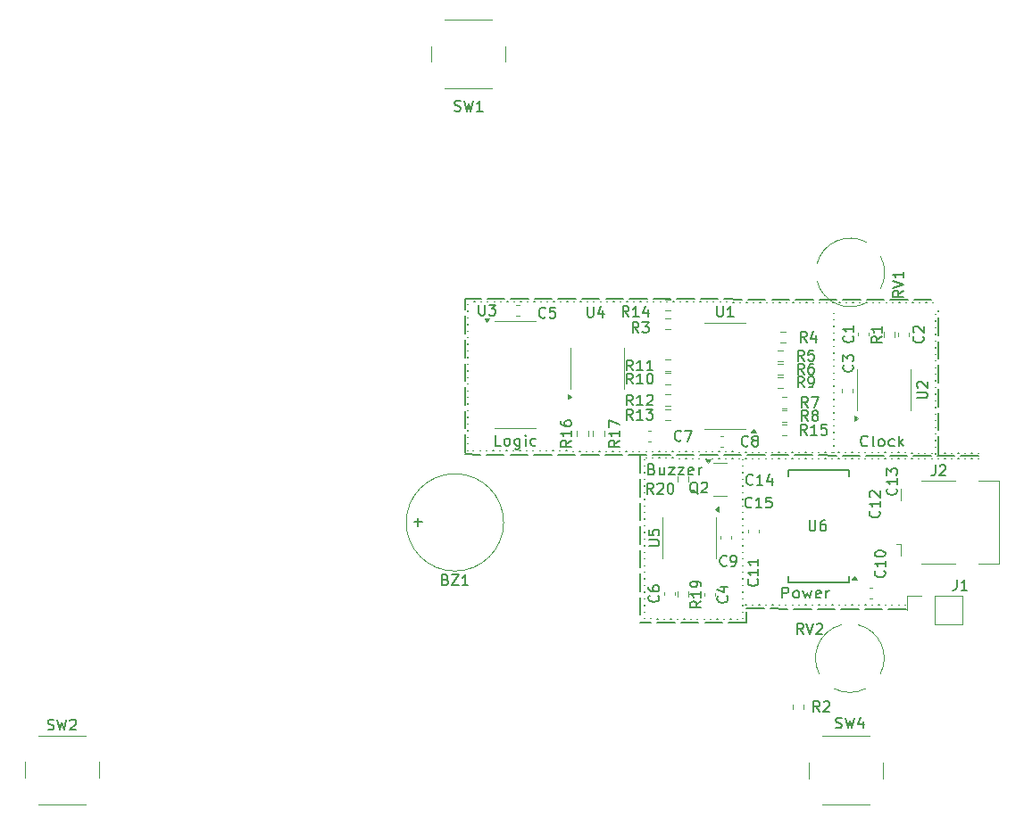
<source format=gbr>
%TF.GenerationSoftware,KiCad,Pcbnew,9.0.1*%
%TF.CreationDate,2025-07-23T18:00:58-03:00*%
%TF.ProjectId,board,626f6172-642e-46b6-9963-61645f706362,rev?*%
%TF.SameCoordinates,Original*%
%TF.FileFunction,Legend,Top*%
%TF.FilePolarity,Positive*%
%FSLAX46Y46*%
G04 Gerber Fmt 4.6, Leading zero omitted, Abs format (unit mm)*
G04 Created by KiCad (PCBNEW 9.0.1) date 2025-07-23 18:00:58*
%MOMM*%
%LPD*%
G01*
G04 APERTURE LIST*
%ADD10C,0.150000*%
%ADD11C,0.200000*%
%ADD12C,0.120000*%
G04 APERTURE END LIST*
D10*
X120650000Y-61912500D02*
X120620000Y-61912343D01*
X120020009Y-61909193D02*
X119990009Y-61909035D01*
X119390017Y-61905886D02*
X119360018Y-61905728D01*
X118760026Y-61902579D02*
X118730026Y-61902421D01*
X118130035Y-61899272D02*
X118100035Y-61899114D01*
X117500043Y-61895965D02*
X117470044Y-61895807D01*
X116870052Y-61892658D02*
X116840052Y-61892500D01*
X116240061Y-61889351D02*
X116210061Y-61889193D01*
X115610069Y-61886044D02*
X115580070Y-61885886D01*
X114980078Y-61882737D02*
X114950079Y-61882579D01*
X114350087Y-61879430D02*
X114320087Y-61879272D01*
X113720095Y-61876123D02*
X113690096Y-61875965D01*
X113090104Y-61872816D02*
X113060105Y-61872658D01*
X112460113Y-61869508D02*
X112430113Y-61869351D01*
X111830122Y-61866201D02*
X111800122Y-61866044D01*
X111200130Y-61862894D02*
X111170131Y-61862737D01*
X110570139Y-61859587D02*
X110540139Y-61859430D01*
X109940148Y-61856280D02*
X109910148Y-61856123D01*
X109310156Y-61852973D02*
X109280157Y-61852816D01*
X108680165Y-61849666D02*
X108650165Y-61849509D01*
X108050174Y-61846359D02*
X108020174Y-61846202D01*
X107420182Y-61843052D02*
X107390183Y-61842895D01*
X106790191Y-61839745D02*
X106760191Y-61839588D01*
X106160200Y-61836438D02*
X106130200Y-61836281D01*
X105530208Y-61833131D02*
X105500209Y-61832974D01*
X104900217Y-61829824D02*
X104870217Y-61829666D01*
X104270226Y-61826517D02*
X104240226Y-61826359D01*
X103640234Y-61823210D02*
X103610235Y-61823052D01*
X103010243Y-61819903D02*
X102980243Y-61819745D01*
X102380252Y-61816596D02*
X102350252Y-61816438D01*
X101750260Y-61813289D02*
X101720261Y-61813131D01*
X101120269Y-61809982D02*
X101090269Y-61809824D01*
X100490278Y-61806675D02*
X100460278Y-61806517D01*
X99860286Y-61803368D02*
X99830287Y-61803210D01*
X99230295Y-61800061D02*
X99200296Y-61799903D01*
X98600304Y-61796754D02*
X98570304Y-61796596D01*
X97970312Y-61793447D02*
X97940313Y-61793289D01*
X97340321Y-61790139D02*
X97310322Y-61789982D01*
X96710330Y-61786832D02*
X96680330Y-61786675D01*
X96080339Y-61783525D02*
X96050339Y-61783368D01*
X95450347Y-61780218D02*
X95420348Y-61780061D01*
X94820356Y-61776911D02*
X94790356Y-61776754D01*
X94190365Y-61773604D02*
X94160365Y-61773447D01*
X93560373Y-61770297D02*
X93530374Y-61770140D01*
X92930382Y-61766990D02*
X92900382Y-61766833D01*
X92300391Y-61763683D02*
X92270391Y-61763526D01*
X91670399Y-61760376D02*
X91640400Y-61760219D01*
X91040408Y-61757069D02*
X91010408Y-61756912D01*
X90410417Y-61753762D02*
X90380417Y-61753605D01*
X89780425Y-61750455D02*
X89750426Y-61750298D01*
X89150434Y-61747148D02*
X89120434Y-61746990D01*
X88520443Y-61743841D02*
X88490443Y-61743683D01*
X87890451Y-61740534D02*
X87860452Y-61740376D01*
X87260460Y-61737227D02*
X87230460Y-61737069D01*
X86630469Y-61733920D02*
X86600469Y-61733762D01*
X86000477Y-61730613D02*
X85970478Y-61730455D01*
X85370486Y-61727306D02*
X85340486Y-61727148D01*
X84740495Y-61723999D02*
X84710495Y-61723841D01*
X84110503Y-61720692D02*
X84080504Y-61720534D01*
X83480512Y-61717385D02*
X83450513Y-61717227D01*
X82850521Y-61714078D02*
X82820521Y-61713920D01*
X82220529Y-61710770D02*
X82190530Y-61710613D01*
X81590538Y-61707463D02*
X81560539Y-61707306D01*
X80960547Y-61704156D02*
X80930547Y-61703999D01*
X80330556Y-61700849D02*
X80300556Y-61700692D01*
X79700564Y-61697542D02*
X79670565Y-61697385D01*
X79070573Y-61694235D02*
X79040573Y-61694078D01*
X78440582Y-61690928D02*
X78410582Y-61690771D01*
X77810590Y-61687621D02*
X77780591Y-61687464D01*
X77180599Y-61684314D02*
X77150599Y-61684157D01*
X76550608Y-61681007D02*
X76520608Y-61680850D01*
X75920616Y-61677700D02*
X75890617Y-61677543D01*
X75290625Y-61674393D02*
X75260625Y-61674236D01*
X74660634Y-61671086D02*
X74630634Y-61670929D01*
X74030642Y-61667779D02*
X74000643Y-61667621D01*
X73400651Y-61664472D02*
X73370651Y-61664314D01*
X72770660Y-61661165D02*
X72740660Y-61661007D01*
X120650000Y-62166500D02*
X119000005Y-62162386D01*
X118400007Y-62160890D02*
X116750012Y-62156777D01*
X116150014Y-62155281D02*
X114500019Y-62151167D01*
X113900021Y-62149671D02*
X112250026Y-62145557D01*
X111650028Y-62144061D02*
X110000033Y-62139948D01*
X109400035Y-62138452D02*
X107750040Y-62134338D01*
X107150042Y-62132842D02*
X105500047Y-62128728D01*
X104900049Y-62127232D02*
X103250054Y-62123118D01*
X102650056Y-62121623D02*
X101000061Y-62117509D01*
X100400063Y-62116013D02*
X98750068Y-62111899D01*
X98150070Y-62110403D02*
X96500075Y-62106289D01*
X95900077Y-62104794D02*
X94250082Y-62100680D01*
X93650084Y-62099184D02*
X92000089Y-62095070D01*
X91400091Y-62093574D02*
X89750096Y-62089460D01*
X89150098Y-62087964D02*
X87500103Y-62083851D01*
X86900105Y-62082355D02*
X85250110Y-62078241D01*
X84650112Y-62076745D02*
X83000117Y-62072631D01*
X82400119Y-62071135D02*
X80750124Y-62067022D01*
X80150126Y-62065526D02*
X78500131Y-62061412D01*
X77900133Y-62059916D02*
X76250138Y-62055802D01*
X75650140Y-62054306D02*
X74000145Y-62050193D01*
X73400147Y-62048697D02*
X71983214Y-62045165D01*
X98602307Y-77990376D02*
X96952309Y-77987749D01*
X96352310Y-77986793D02*
X94702312Y-77984166D01*
X94102313Y-77983210D02*
X92452315Y-77980583D01*
X91852316Y-77979628D02*
X90202318Y-77977000D01*
X89602318Y-77976045D02*
X88544387Y-77974360D01*
X116205000Y-47371000D02*
X114555007Y-47366259D01*
X113955009Y-47364535D02*
X112305016Y-47359793D01*
X111705019Y-47358069D02*
X110055025Y-47353328D01*
X109455028Y-47351604D02*
X107805035Y-47346862D01*
X107205037Y-47345138D02*
X105555044Y-47340397D01*
X104955046Y-47338673D02*
X103305053Y-47333931D01*
X102705056Y-47332207D02*
X101055063Y-47327466D01*
X100455065Y-47325742D02*
X98805072Y-47321000D01*
X98205074Y-47319276D02*
X96555081Y-47314535D01*
X95955084Y-47312811D02*
X94305090Y-47308069D01*
X93705093Y-47306345D02*
X92055100Y-47301604D01*
X91455102Y-47299880D02*
X89805109Y-47295138D01*
X89205111Y-47293414D02*
X87555118Y-47288673D01*
X86955121Y-47286949D02*
X85305128Y-47282207D01*
X84705130Y-47280483D02*
X83055137Y-47275742D01*
X82455139Y-47274018D02*
X80805146Y-47269276D01*
X80205149Y-47267552D02*
X78555155Y-47262811D01*
X77955158Y-47261087D02*
X76305165Y-47256345D01*
X75705167Y-47254621D02*
X74055174Y-47249880D01*
X73455177Y-47248156D02*
X72009084Y-47244000D01*
X72263000Y-61658500D02*
X72263000Y-61628500D01*
X72263000Y-61028500D02*
X72263000Y-60998500D01*
X72263000Y-60398500D02*
X72263000Y-60368500D01*
X72263000Y-59768500D02*
X72263000Y-59738500D01*
X72263000Y-59138500D02*
X72263000Y-59108500D01*
X72263000Y-58508500D02*
X72263000Y-58478500D01*
X72263000Y-57878500D02*
X72263000Y-57848500D01*
X72263000Y-57248500D02*
X72263000Y-57218500D01*
X72263000Y-56618500D02*
X72263000Y-56588500D01*
X72263000Y-55988500D02*
X72263000Y-55958500D01*
X72263000Y-55358500D02*
X72263000Y-55328500D01*
X72263000Y-54728500D02*
X72263000Y-54698500D01*
X72263000Y-54098500D02*
X72263000Y-54068500D01*
X72263000Y-53468500D02*
X72263000Y-53438500D01*
X72263000Y-52838500D02*
X72263000Y-52808500D01*
X72263000Y-52208500D02*
X72263000Y-52178500D01*
X72263000Y-51578500D02*
X72263000Y-51548500D01*
X72263000Y-50948500D02*
X72263000Y-50918500D01*
X72263000Y-50318500D02*
X72263000Y-50288500D01*
X72263000Y-49688500D02*
X72263000Y-49658500D01*
X72263000Y-49058500D02*
X72263000Y-49028500D01*
X72263000Y-48428500D02*
X72263000Y-48398500D01*
X72263000Y-47798500D02*
X72263000Y-47768500D01*
X88950800Y-77622400D02*
X88950800Y-77592400D01*
X88950800Y-76992400D02*
X88950800Y-76962400D01*
X88950800Y-76362400D02*
X88950800Y-76332400D01*
X88950800Y-75732400D02*
X88950800Y-75702400D01*
X88950800Y-75102400D02*
X88950800Y-75072400D01*
X88950800Y-74472400D02*
X88950800Y-74442400D01*
X88950800Y-73842400D02*
X88950800Y-73812400D01*
X88950800Y-73212400D02*
X88950800Y-73182400D01*
X88950800Y-72582400D02*
X88950800Y-72552400D01*
X88950800Y-71952400D02*
X88950800Y-71922400D01*
X88950800Y-71322400D02*
X88950800Y-71292400D01*
X88950800Y-70692400D02*
X88950800Y-70662400D01*
X88950800Y-70062400D02*
X88950800Y-70032400D01*
X88950800Y-69432400D02*
X88950800Y-69402400D01*
X88950800Y-68802400D02*
X88950800Y-68772400D01*
X88950800Y-68172400D02*
X88950800Y-68142400D01*
X88950800Y-67542400D02*
X88950800Y-67512400D01*
X88950800Y-66912400D02*
X88950800Y-66882400D01*
X88950800Y-66282400D02*
X88950800Y-66252400D01*
X88950800Y-65652400D02*
X88950800Y-65622400D01*
X88950800Y-65022400D02*
X88950800Y-64992400D01*
X88950800Y-64392400D02*
X88950800Y-64362400D01*
X88950800Y-63762400D02*
X88950800Y-63732400D01*
X88950800Y-63132400D02*
X88950800Y-63102400D01*
X88950800Y-62502400D02*
X88950800Y-62472400D01*
X116840000Y-61976000D02*
X116840000Y-60326000D01*
X116840000Y-59726000D02*
X116840000Y-58076000D01*
X116840000Y-57476000D02*
X116840000Y-55826000D01*
X116840000Y-55226000D02*
X116840000Y-53576000D01*
X116840000Y-52976000D02*
X116840000Y-51326000D01*
X116840000Y-50726000D02*
X116840000Y-49076000D01*
X116840000Y-48476000D02*
X116840000Y-48387000D01*
X113792000Y-76708000D02*
X112142001Y-76706225D01*
X111542001Y-76705580D02*
X109892002Y-76703805D01*
X109292003Y-76703159D02*
X107642004Y-76701384D01*
X107042004Y-76700739D02*
X105392005Y-76698964D01*
X104792005Y-76698318D02*
X103142006Y-76696543D01*
X102542007Y-76695898D02*
X100892007Y-76694123D01*
X100292008Y-76693477D02*
X98642009Y-76691702D01*
X98298000Y-77622400D02*
X98298000Y-77592400D01*
X98298000Y-76992400D02*
X98298000Y-76962400D01*
X98298000Y-76362400D02*
X98298000Y-76332400D01*
X98298000Y-75732400D02*
X98298000Y-75702400D01*
X98298000Y-75102400D02*
X98298000Y-75072400D01*
X98298000Y-74472400D02*
X98298000Y-74442400D01*
X98298000Y-73842400D02*
X98298000Y-73812400D01*
X98298000Y-73212400D02*
X98298000Y-73182400D01*
X98298000Y-72582400D02*
X98298000Y-72552400D01*
X98298000Y-71952400D02*
X98298000Y-71922400D01*
X98298000Y-71322400D02*
X98298000Y-71292400D01*
X98298000Y-70692400D02*
X98298000Y-70662400D01*
X98298000Y-70062400D02*
X98298000Y-70032400D01*
X98298000Y-69432400D02*
X98298000Y-69402400D01*
X98298000Y-68802400D02*
X98298000Y-68772400D01*
X98298000Y-68172400D02*
X98298000Y-68142400D01*
X98298000Y-67542400D02*
X98298000Y-67512400D01*
X98298000Y-66912400D02*
X98298000Y-66882400D01*
X98298000Y-66282400D02*
X98298000Y-66252400D01*
X98298000Y-65652400D02*
X98298000Y-65622400D01*
X98298000Y-65022400D02*
X98298000Y-64992400D01*
X98298000Y-64392400D02*
X98298000Y-64362400D01*
X98298000Y-63762400D02*
X98298000Y-63732400D01*
X98298000Y-63132400D02*
X98298000Y-63102400D01*
X98298000Y-62502400D02*
X98298000Y-62472400D01*
X88569800Y-62128400D02*
X88567139Y-63778398D01*
X88566171Y-64378397D02*
X88563510Y-66028395D01*
X88562542Y-66628394D02*
X88559881Y-68278392D01*
X88558913Y-68878391D02*
X88556252Y-70528389D01*
X88555284Y-71128388D02*
X88552623Y-72778386D01*
X88551655Y-73378385D02*
X88548994Y-75028383D01*
X88548026Y-75628382D02*
X88545365Y-77278380D01*
X113741200Y-76352400D02*
X113711200Y-76352400D01*
X113111200Y-76352400D02*
X113081200Y-76352400D01*
X112481200Y-76352400D02*
X112451200Y-76352400D01*
X111851200Y-76352400D02*
X111821200Y-76352400D01*
X111221200Y-76352400D02*
X111191200Y-76352400D01*
X110591200Y-76352400D02*
X110561200Y-76352400D01*
X109961200Y-76352400D02*
X109931200Y-76352400D01*
X109331200Y-76352400D02*
X109301200Y-76352400D01*
X108701200Y-76352400D02*
X108671200Y-76352400D01*
X108071200Y-76352400D02*
X108041200Y-76352400D01*
X107441200Y-76352400D02*
X107411200Y-76352400D01*
X106811200Y-76352400D02*
X106781200Y-76352400D01*
X106181200Y-76352400D02*
X106151200Y-76352400D01*
X105551200Y-76352400D02*
X105521200Y-76352400D01*
X104921200Y-76352400D02*
X104891200Y-76352400D01*
X104291200Y-76352400D02*
X104261200Y-76352400D01*
X103661200Y-76352400D02*
X103631200Y-76352400D01*
X103031200Y-76352400D02*
X103001200Y-76352400D01*
X102401200Y-76352400D02*
X102371200Y-76352400D01*
X101771200Y-76352400D02*
X101741200Y-76352400D01*
X101141200Y-76352400D02*
X101111200Y-76352400D01*
X100511200Y-76352400D02*
X100481200Y-76352400D01*
X99881200Y-76352400D02*
X99851200Y-76352400D01*
X99251200Y-76352400D02*
X99221200Y-76352400D01*
X98621200Y-76352400D02*
X98591200Y-76352400D01*
X88950800Y-77622400D02*
X88980800Y-77622560D01*
X89580791Y-77625769D02*
X89610791Y-77625929D01*
X90210782Y-77629138D02*
X90240782Y-77629298D01*
X90840773Y-77632507D02*
X90870773Y-77632667D01*
X91470764Y-77635876D02*
X91500764Y-77636036D01*
X92100755Y-77639245D02*
X92130755Y-77639405D01*
X92730746Y-77642614D02*
X92760746Y-77642774D01*
X93360737Y-77645983D02*
X93390737Y-77646143D01*
X93990728Y-77649351D02*
X94020728Y-77649512D01*
X94620719Y-77652720D02*
X94650719Y-77652881D01*
X95250710Y-77656089D02*
X95280709Y-77656250D01*
X95880701Y-77659458D02*
X95910700Y-77659619D01*
X96510692Y-77662827D02*
X96540691Y-77662988D01*
X97140683Y-77666196D02*
X97170682Y-77666357D01*
X97770674Y-77669565D02*
X97800673Y-77669726D01*
X116332000Y-47625000D02*
X116302000Y-47624914D01*
X115702003Y-47623184D02*
X115672003Y-47623098D01*
X115072005Y-47621369D02*
X115042005Y-47621282D01*
X114442008Y-47619553D02*
X114412008Y-47619467D01*
X113812010Y-47617738D02*
X113782011Y-47617651D01*
X113182013Y-47615922D02*
X113152013Y-47615836D01*
X112552016Y-47614107D02*
X112522016Y-47614020D01*
X111922018Y-47612291D02*
X111892018Y-47612205D01*
X111292021Y-47610476D02*
X111262021Y-47610389D01*
X110662024Y-47608660D02*
X110632024Y-47608574D01*
X110032026Y-47606844D02*
X110002026Y-47606758D01*
X109402029Y-47605029D02*
X109372029Y-47604942D01*
X108772031Y-47603213D02*
X108742032Y-47603127D01*
X108142034Y-47601398D02*
X108112034Y-47601311D01*
X107512037Y-47599582D02*
X107482037Y-47599496D01*
X106882039Y-47597767D02*
X106852039Y-47597680D01*
X106252042Y-47595951D02*
X106222042Y-47595865D01*
X105622044Y-47594136D02*
X105592045Y-47594049D01*
X104992047Y-47592320D02*
X104962047Y-47592234D01*
X104362050Y-47590504D02*
X104332050Y-47590418D01*
X103732052Y-47588689D02*
X103702052Y-47588602D01*
X103102055Y-47586873D02*
X103072055Y-47586787D01*
X102472058Y-47585058D02*
X102442058Y-47584971D01*
X101842060Y-47583242D02*
X101812060Y-47583156D01*
X101212063Y-47581427D02*
X101182063Y-47581340D01*
X100582065Y-47579611D02*
X100552066Y-47579525D01*
X99952068Y-47577796D02*
X99922068Y-47577709D01*
X99322071Y-47575980D02*
X99292071Y-47575894D01*
X98692073Y-47574164D02*
X98662073Y-47574078D01*
X98062076Y-47572349D02*
X98032076Y-47572262D01*
X97432078Y-47570533D02*
X97402079Y-47570447D01*
X96802081Y-47568718D02*
X96772081Y-47568631D01*
X96172084Y-47566902D02*
X96142084Y-47566816D01*
X95542086Y-47565087D02*
X95512086Y-47565000D01*
X94912089Y-47563271D02*
X94882089Y-47563185D01*
X94282092Y-47561456D02*
X94252092Y-47561369D01*
X93652094Y-47559640D02*
X93622094Y-47559554D01*
X93022097Y-47557824D02*
X92992097Y-47557738D01*
X92392099Y-47556009D02*
X92362100Y-47555922D01*
X91762102Y-47554193D02*
X91732102Y-47554107D01*
X91132105Y-47552378D02*
X91102105Y-47552291D01*
X90502107Y-47550562D02*
X90472107Y-47550476D01*
X89872110Y-47548747D02*
X89842110Y-47548660D01*
X89242112Y-47546931D02*
X89212113Y-47546845D01*
X88612115Y-47545116D02*
X88582115Y-47545029D01*
X87982118Y-47543300D02*
X87952118Y-47543214D01*
X87352120Y-47541484D02*
X87322120Y-47541398D01*
X86722123Y-47539669D02*
X86692123Y-47539582D01*
X86092126Y-47537853D02*
X86062126Y-47537767D01*
X85462128Y-47536038D02*
X85432128Y-47535951D01*
X84832131Y-47534222D02*
X84802131Y-47534136D01*
X84202133Y-47532407D02*
X84172134Y-47532320D01*
X83572136Y-47530591D02*
X83542136Y-47530505D01*
X82942139Y-47528776D02*
X82912139Y-47528689D01*
X82312141Y-47526960D02*
X82282141Y-47526874D01*
X81682144Y-47525145D02*
X81652144Y-47525058D01*
X81052146Y-47523329D02*
X81022147Y-47523242D01*
X80422149Y-47521513D02*
X80392149Y-47521427D01*
X79792152Y-47519698D02*
X79762152Y-47519611D01*
X79162154Y-47517882D02*
X79132154Y-47517796D01*
X78532157Y-47516067D02*
X78502157Y-47515980D01*
X77902160Y-47514251D02*
X77872160Y-47514165D01*
X77272162Y-47512436D02*
X77242162Y-47512349D01*
X76642165Y-47510620D02*
X76612165Y-47510534D01*
X76012167Y-47508805D02*
X75982168Y-47508718D01*
X75382170Y-47506989D02*
X75352170Y-47506903D01*
X74752173Y-47505173D02*
X74722173Y-47505087D01*
X74122175Y-47503358D02*
X74092175Y-47503271D01*
X73492178Y-47501542D02*
X73462178Y-47501456D01*
X72862181Y-47499727D02*
X72832181Y-47499640D01*
X120650000Y-62420500D02*
X120620000Y-62420464D01*
X120020000Y-62419744D02*
X119990000Y-62419708D01*
X119390001Y-62418988D02*
X119360001Y-62418952D01*
X118760001Y-62418232D02*
X118730001Y-62418196D01*
X118130002Y-62417476D02*
X118100002Y-62417440D01*
X117500002Y-62416720D02*
X117470002Y-62416684D01*
X116870003Y-62415964D02*
X116840003Y-62415928D01*
X116240003Y-62415208D02*
X116210003Y-62415172D01*
X115610004Y-62414452D02*
X115580004Y-62414416D01*
X114980004Y-62413696D02*
X114950004Y-62413660D01*
X114350005Y-62412940D02*
X114320005Y-62412904D01*
X113720005Y-62412184D02*
X113690005Y-62412148D01*
X113090005Y-62411428D02*
X113060005Y-62411392D01*
X112460006Y-62410672D02*
X112430006Y-62410636D01*
X111830006Y-62409916D02*
X111800006Y-62409880D01*
X111200007Y-62409160D02*
X111170007Y-62409124D01*
X110570007Y-62408404D02*
X110540007Y-62408368D01*
X109940008Y-62407648D02*
X109910008Y-62407612D01*
X109310008Y-62406892D02*
X109280008Y-62406856D01*
X108680009Y-62406136D02*
X108650009Y-62406100D01*
X108050009Y-62405380D02*
X108020009Y-62405344D01*
X107420010Y-62404624D02*
X107390010Y-62404588D01*
X106790010Y-62403868D02*
X106760010Y-62403832D01*
X106160010Y-62403112D02*
X106130010Y-62403076D01*
X105530011Y-62402356D02*
X105500011Y-62402320D01*
X104900011Y-62401600D02*
X104870011Y-62401564D01*
X104270012Y-62400844D02*
X104240012Y-62400808D01*
X103640012Y-62400088D02*
X103610012Y-62400052D01*
X103010013Y-62399332D02*
X102980013Y-62399296D01*
X102380013Y-62398576D02*
X102350013Y-62398540D01*
X101750014Y-62397820D02*
X101720014Y-62397784D01*
X101120014Y-62397064D02*
X101090014Y-62397028D01*
X100490015Y-62396308D02*
X100460015Y-62396272D01*
X99860015Y-62395552D02*
X99830015Y-62395516D01*
X99230015Y-62394796D02*
X99200015Y-62394760D01*
X98600016Y-62394040D02*
X98570016Y-62394004D01*
X97970016Y-62393284D02*
X97940016Y-62393248D01*
X97340017Y-62392528D02*
X97310017Y-62392492D01*
X96710017Y-62391772D02*
X96680017Y-62391736D01*
X96080018Y-62391016D02*
X96050018Y-62390980D01*
X95450018Y-62390260D02*
X95420018Y-62390224D01*
X94820019Y-62389504D02*
X94790019Y-62389468D01*
X94190019Y-62388748D02*
X94160019Y-62388712D01*
X93560020Y-62387992D02*
X93530020Y-62387956D01*
X92930020Y-62387236D02*
X92900020Y-62387200D01*
X92300020Y-62386480D02*
X92270020Y-62386444D01*
X91670021Y-62385724D02*
X91640021Y-62385688D01*
X91040021Y-62384968D02*
X91010021Y-62384932D01*
X90410022Y-62384212D02*
X90380022Y-62384176D01*
X89780022Y-62383456D02*
X89750022Y-62383420D01*
X89150023Y-62382700D02*
X89120023Y-62382664D01*
X106934000Y-61849000D02*
X106934000Y-61819000D01*
X106934000Y-61219000D02*
X106934000Y-61189000D01*
X106934000Y-60589000D02*
X106934000Y-60559000D01*
X106934000Y-59959000D02*
X106934000Y-59929000D01*
X106934000Y-59329000D02*
X106934000Y-59299000D01*
X106934000Y-58699000D02*
X106934000Y-58669000D01*
X106934000Y-58069000D02*
X106934000Y-58039000D01*
X106934000Y-57439000D02*
X106934000Y-57409000D01*
X106934000Y-56809000D02*
X106934000Y-56779000D01*
X106934000Y-56179000D02*
X106934000Y-56149000D01*
X106934000Y-55549000D02*
X106934000Y-55519000D01*
X106934000Y-54919000D02*
X106934000Y-54889000D01*
X106934000Y-54289000D02*
X106934000Y-54259000D01*
X106934000Y-53659000D02*
X106934000Y-53629000D01*
X106934000Y-53029000D02*
X106934000Y-52999000D01*
X106934000Y-52399000D02*
X106934000Y-52369000D01*
X106934000Y-51769000D02*
X106934000Y-51739000D01*
X106934000Y-51139000D02*
X106934000Y-51109000D01*
X106934000Y-50509000D02*
X106934000Y-50479000D01*
X106934000Y-49879000D02*
X106934000Y-49849000D01*
X106934000Y-49249000D02*
X106934000Y-49219000D01*
X106934000Y-48619000D02*
X106934000Y-48589000D01*
X98603292Y-77012123D02*
X98602307Y-77927876D01*
X71983600Y-61823600D02*
X71986475Y-60173603D01*
X71987520Y-59573603D02*
X71990394Y-57923606D01*
X71991440Y-57323607D02*
X71994314Y-55673609D01*
X71995360Y-55073610D02*
X71998234Y-53423613D01*
X71999279Y-52823614D02*
X72002154Y-51173616D01*
X72003199Y-50573617D02*
X72006074Y-48923620D01*
X72007119Y-48323620D02*
X72009000Y-47244000D01*
X116586000Y-61976000D02*
X116586000Y-61946000D01*
X116586000Y-61346000D02*
X116586000Y-61316000D01*
X116586000Y-60716000D02*
X116586000Y-60686000D01*
X116586000Y-60086000D02*
X116586000Y-60056000D01*
X116586000Y-59456000D02*
X116586000Y-59426000D01*
X116586000Y-58826000D02*
X116586000Y-58796000D01*
X116586000Y-58196000D02*
X116586000Y-58166000D01*
X116586000Y-57566000D02*
X116586000Y-57536000D01*
X116586000Y-56936000D02*
X116586000Y-56906000D01*
X116586000Y-56306000D02*
X116586000Y-56276000D01*
X116586000Y-55676000D02*
X116586000Y-55646000D01*
X116586000Y-55046000D02*
X116586000Y-55016000D01*
X116586000Y-54416000D02*
X116586000Y-54386000D01*
X116586000Y-53786000D02*
X116586000Y-53756000D01*
X116586000Y-53156000D02*
X116586000Y-53126000D01*
X116586000Y-52526000D02*
X116586000Y-52496000D01*
X116586000Y-51896000D02*
X116586000Y-51866000D01*
X116586000Y-51266000D02*
X116586000Y-51236000D01*
X116586000Y-50636000D02*
X116586000Y-50606000D01*
X116586000Y-50006000D02*
X116586000Y-49976000D01*
X116586000Y-49376000D02*
X116586000Y-49346000D01*
X116586000Y-48746000D02*
X116586000Y-48716000D01*
D11*
X75339292Y-61208219D02*
X74815482Y-61208219D01*
X74815482Y-61208219D02*
X74815482Y-60208219D01*
X75863101Y-61208219D02*
X75758339Y-61160600D01*
X75758339Y-61160600D02*
X75705958Y-61112980D01*
X75705958Y-61112980D02*
X75653577Y-61017742D01*
X75653577Y-61017742D02*
X75653577Y-60732028D01*
X75653577Y-60732028D02*
X75705958Y-60636790D01*
X75705958Y-60636790D02*
X75758339Y-60589171D01*
X75758339Y-60589171D02*
X75863101Y-60541552D01*
X75863101Y-60541552D02*
X76020244Y-60541552D01*
X76020244Y-60541552D02*
X76125006Y-60589171D01*
X76125006Y-60589171D02*
X76177387Y-60636790D01*
X76177387Y-60636790D02*
X76229768Y-60732028D01*
X76229768Y-60732028D02*
X76229768Y-61017742D01*
X76229768Y-61017742D02*
X76177387Y-61112980D01*
X76177387Y-61112980D02*
X76125006Y-61160600D01*
X76125006Y-61160600D02*
X76020244Y-61208219D01*
X76020244Y-61208219D02*
X75863101Y-61208219D01*
X77172625Y-60541552D02*
X77172625Y-61351076D01*
X77172625Y-61351076D02*
X77120244Y-61446314D01*
X77120244Y-61446314D02*
X77067863Y-61493933D01*
X77067863Y-61493933D02*
X76963101Y-61541552D01*
X76963101Y-61541552D02*
X76805958Y-61541552D01*
X76805958Y-61541552D02*
X76701196Y-61493933D01*
X77172625Y-61160600D02*
X77067863Y-61208219D01*
X77067863Y-61208219D02*
X76858339Y-61208219D01*
X76858339Y-61208219D02*
X76753577Y-61160600D01*
X76753577Y-61160600D02*
X76701196Y-61112980D01*
X76701196Y-61112980D02*
X76648815Y-61017742D01*
X76648815Y-61017742D02*
X76648815Y-60732028D01*
X76648815Y-60732028D02*
X76701196Y-60636790D01*
X76701196Y-60636790D02*
X76753577Y-60589171D01*
X76753577Y-60589171D02*
X76858339Y-60541552D01*
X76858339Y-60541552D02*
X77067863Y-60541552D01*
X77067863Y-60541552D02*
X77172625Y-60589171D01*
X77696434Y-61208219D02*
X77696434Y-60541552D01*
X77696434Y-60208219D02*
X77644053Y-60255838D01*
X77644053Y-60255838D02*
X77696434Y-60303457D01*
X77696434Y-60303457D02*
X77748815Y-60255838D01*
X77748815Y-60255838D02*
X77696434Y-60208219D01*
X77696434Y-60208219D02*
X77696434Y-60303457D01*
X78691673Y-61160600D02*
X78586911Y-61208219D01*
X78586911Y-61208219D02*
X78377387Y-61208219D01*
X78377387Y-61208219D02*
X78272625Y-61160600D01*
X78272625Y-61160600D02*
X78220244Y-61112980D01*
X78220244Y-61112980D02*
X78167863Y-61017742D01*
X78167863Y-61017742D02*
X78167863Y-60732028D01*
X78167863Y-60732028D02*
X78220244Y-60636790D01*
X78220244Y-60636790D02*
X78272625Y-60589171D01*
X78272625Y-60589171D02*
X78377387Y-60541552D01*
X78377387Y-60541552D02*
X78586911Y-60541552D01*
X78586911Y-60541552D02*
X78691673Y-60589171D01*
X102023482Y-75667219D02*
X102023482Y-74667219D01*
X102023482Y-74667219D02*
X102442530Y-74667219D01*
X102442530Y-74667219D02*
X102547292Y-74714838D01*
X102547292Y-74714838D02*
X102599673Y-74762457D01*
X102599673Y-74762457D02*
X102652054Y-74857695D01*
X102652054Y-74857695D02*
X102652054Y-75000552D01*
X102652054Y-75000552D02*
X102599673Y-75095790D01*
X102599673Y-75095790D02*
X102547292Y-75143409D01*
X102547292Y-75143409D02*
X102442530Y-75191028D01*
X102442530Y-75191028D02*
X102023482Y-75191028D01*
X103280625Y-75667219D02*
X103175863Y-75619600D01*
X103175863Y-75619600D02*
X103123482Y-75571980D01*
X103123482Y-75571980D02*
X103071101Y-75476742D01*
X103071101Y-75476742D02*
X103071101Y-75191028D01*
X103071101Y-75191028D02*
X103123482Y-75095790D01*
X103123482Y-75095790D02*
X103175863Y-75048171D01*
X103175863Y-75048171D02*
X103280625Y-75000552D01*
X103280625Y-75000552D02*
X103437768Y-75000552D01*
X103437768Y-75000552D02*
X103542530Y-75048171D01*
X103542530Y-75048171D02*
X103594911Y-75095790D01*
X103594911Y-75095790D02*
X103647292Y-75191028D01*
X103647292Y-75191028D02*
X103647292Y-75476742D01*
X103647292Y-75476742D02*
X103594911Y-75571980D01*
X103594911Y-75571980D02*
X103542530Y-75619600D01*
X103542530Y-75619600D02*
X103437768Y-75667219D01*
X103437768Y-75667219D02*
X103280625Y-75667219D01*
X104013958Y-75000552D02*
X104223482Y-75667219D01*
X104223482Y-75667219D02*
X104433006Y-75191028D01*
X104433006Y-75191028D02*
X104642530Y-75667219D01*
X104642530Y-75667219D02*
X104852054Y-75000552D01*
X105690149Y-75619600D02*
X105585387Y-75667219D01*
X105585387Y-75667219D02*
X105375863Y-75667219D01*
X105375863Y-75667219D02*
X105271101Y-75619600D01*
X105271101Y-75619600D02*
X105218720Y-75524361D01*
X105218720Y-75524361D02*
X105218720Y-75143409D01*
X105218720Y-75143409D02*
X105271101Y-75048171D01*
X105271101Y-75048171D02*
X105375863Y-75000552D01*
X105375863Y-75000552D02*
X105585387Y-75000552D01*
X105585387Y-75000552D02*
X105690149Y-75048171D01*
X105690149Y-75048171D02*
X105742530Y-75143409D01*
X105742530Y-75143409D02*
X105742530Y-75238647D01*
X105742530Y-75238647D02*
X105218720Y-75333885D01*
X106213958Y-75667219D02*
X106213958Y-75000552D01*
X106213958Y-75191028D02*
X106266339Y-75095790D01*
X106266339Y-75095790D02*
X106318720Y-75048171D01*
X106318720Y-75048171D02*
X106423482Y-75000552D01*
X106423482Y-75000552D02*
X106528244Y-75000552D01*
X89660149Y-63453009D02*
X89817292Y-63500628D01*
X89817292Y-63500628D02*
X89869673Y-63548247D01*
X89869673Y-63548247D02*
X89922054Y-63643485D01*
X89922054Y-63643485D02*
X89922054Y-63786342D01*
X89922054Y-63786342D02*
X89869673Y-63881580D01*
X89869673Y-63881580D02*
X89817292Y-63929200D01*
X89817292Y-63929200D02*
X89712530Y-63976819D01*
X89712530Y-63976819D02*
X89293482Y-63976819D01*
X89293482Y-63976819D02*
X89293482Y-62976819D01*
X89293482Y-62976819D02*
X89660149Y-62976819D01*
X89660149Y-62976819D02*
X89764911Y-63024438D01*
X89764911Y-63024438D02*
X89817292Y-63072057D01*
X89817292Y-63072057D02*
X89869673Y-63167295D01*
X89869673Y-63167295D02*
X89869673Y-63262533D01*
X89869673Y-63262533D02*
X89817292Y-63357771D01*
X89817292Y-63357771D02*
X89764911Y-63405390D01*
X89764911Y-63405390D02*
X89660149Y-63453009D01*
X89660149Y-63453009D02*
X89293482Y-63453009D01*
X90864911Y-63310152D02*
X90864911Y-63976819D01*
X90393482Y-63310152D02*
X90393482Y-63833961D01*
X90393482Y-63833961D02*
X90445863Y-63929200D01*
X90445863Y-63929200D02*
X90550625Y-63976819D01*
X90550625Y-63976819D02*
X90707768Y-63976819D01*
X90707768Y-63976819D02*
X90812530Y-63929200D01*
X90812530Y-63929200D02*
X90864911Y-63881580D01*
X91283958Y-63310152D02*
X91860149Y-63310152D01*
X91860149Y-63310152D02*
X91283958Y-63976819D01*
X91283958Y-63976819D02*
X91860149Y-63976819D01*
X92174434Y-63310152D02*
X92750625Y-63310152D01*
X92750625Y-63310152D02*
X92174434Y-63976819D01*
X92174434Y-63976819D02*
X92750625Y-63976819D01*
X93588720Y-63929200D02*
X93483958Y-63976819D01*
X93483958Y-63976819D02*
X93274434Y-63976819D01*
X93274434Y-63976819D02*
X93169672Y-63929200D01*
X93169672Y-63929200D02*
X93117291Y-63833961D01*
X93117291Y-63833961D02*
X93117291Y-63453009D01*
X93117291Y-63453009D02*
X93169672Y-63357771D01*
X93169672Y-63357771D02*
X93274434Y-63310152D01*
X93274434Y-63310152D02*
X93483958Y-63310152D01*
X93483958Y-63310152D02*
X93588720Y-63357771D01*
X93588720Y-63357771D02*
X93641101Y-63453009D01*
X93641101Y-63453009D02*
X93641101Y-63548247D01*
X93641101Y-63548247D02*
X93117291Y-63643485D01*
X94112529Y-63976819D02*
X94112529Y-63310152D01*
X94112529Y-63500628D02*
X94164910Y-63405390D01*
X94164910Y-63405390D02*
X94217291Y-63357771D01*
X94217291Y-63357771D02*
X94322053Y-63310152D01*
X94322053Y-63310152D02*
X94426815Y-63310152D01*
X110150054Y-61174980D02*
X110097673Y-61222600D01*
X110097673Y-61222600D02*
X109940530Y-61270219D01*
X109940530Y-61270219D02*
X109835768Y-61270219D01*
X109835768Y-61270219D02*
X109678625Y-61222600D01*
X109678625Y-61222600D02*
X109573863Y-61127361D01*
X109573863Y-61127361D02*
X109521482Y-61032123D01*
X109521482Y-61032123D02*
X109469101Y-60841647D01*
X109469101Y-60841647D02*
X109469101Y-60698790D01*
X109469101Y-60698790D02*
X109521482Y-60508314D01*
X109521482Y-60508314D02*
X109573863Y-60413076D01*
X109573863Y-60413076D02*
X109678625Y-60317838D01*
X109678625Y-60317838D02*
X109835768Y-60270219D01*
X109835768Y-60270219D02*
X109940530Y-60270219D01*
X109940530Y-60270219D02*
X110097673Y-60317838D01*
X110097673Y-60317838D02*
X110150054Y-60365457D01*
X110778625Y-61270219D02*
X110673863Y-61222600D01*
X110673863Y-61222600D02*
X110621482Y-61127361D01*
X110621482Y-61127361D02*
X110621482Y-60270219D01*
X111354815Y-61270219D02*
X111250053Y-61222600D01*
X111250053Y-61222600D02*
X111197672Y-61174980D01*
X111197672Y-61174980D02*
X111145291Y-61079742D01*
X111145291Y-61079742D02*
X111145291Y-60794028D01*
X111145291Y-60794028D02*
X111197672Y-60698790D01*
X111197672Y-60698790D02*
X111250053Y-60651171D01*
X111250053Y-60651171D02*
X111354815Y-60603552D01*
X111354815Y-60603552D02*
X111511958Y-60603552D01*
X111511958Y-60603552D02*
X111616720Y-60651171D01*
X111616720Y-60651171D02*
X111669101Y-60698790D01*
X111669101Y-60698790D02*
X111721482Y-60794028D01*
X111721482Y-60794028D02*
X111721482Y-61079742D01*
X111721482Y-61079742D02*
X111669101Y-61174980D01*
X111669101Y-61174980D02*
X111616720Y-61222600D01*
X111616720Y-61222600D02*
X111511958Y-61270219D01*
X111511958Y-61270219D02*
X111354815Y-61270219D01*
X112664339Y-61222600D02*
X112559577Y-61270219D01*
X112559577Y-61270219D02*
X112350053Y-61270219D01*
X112350053Y-61270219D02*
X112245291Y-61222600D01*
X112245291Y-61222600D02*
X112192910Y-61174980D01*
X112192910Y-61174980D02*
X112140529Y-61079742D01*
X112140529Y-61079742D02*
X112140529Y-60794028D01*
X112140529Y-60794028D02*
X112192910Y-60698790D01*
X112192910Y-60698790D02*
X112245291Y-60651171D01*
X112245291Y-60651171D02*
X112350053Y-60603552D01*
X112350053Y-60603552D02*
X112559577Y-60603552D01*
X112559577Y-60603552D02*
X112664339Y-60651171D01*
X113135767Y-61270219D02*
X113135767Y-60270219D01*
X113240529Y-60889266D02*
X113554815Y-61270219D01*
X113554815Y-60603552D02*
X113135767Y-60984504D01*
D10*
X104628095Y-68304819D02*
X104628095Y-69114342D01*
X104628095Y-69114342D02*
X104675714Y-69209580D01*
X104675714Y-69209580D02*
X104723333Y-69257200D01*
X104723333Y-69257200D02*
X104818571Y-69304819D01*
X104818571Y-69304819D02*
X105009047Y-69304819D01*
X105009047Y-69304819D02*
X105104285Y-69257200D01*
X105104285Y-69257200D02*
X105151904Y-69209580D01*
X105151904Y-69209580D02*
X105199523Y-69114342D01*
X105199523Y-69114342D02*
X105199523Y-68304819D01*
X106104285Y-68304819D02*
X105913809Y-68304819D01*
X105913809Y-68304819D02*
X105818571Y-68352438D01*
X105818571Y-68352438D02*
X105770952Y-68400057D01*
X105770952Y-68400057D02*
X105675714Y-68542914D01*
X105675714Y-68542914D02*
X105628095Y-68733390D01*
X105628095Y-68733390D02*
X105628095Y-69114342D01*
X105628095Y-69114342D02*
X105675714Y-69209580D01*
X105675714Y-69209580D02*
X105723333Y-69257200D01*
X105723333Y-69257200D02*
X105818571Y-69304819D01*
X105818571Y-69304819D02*
X106009047Y-69304819D01*
X106009047Y-69304819D02*
X106104285Y-69257200D01*
X106104285Y-69257200D02*
X106151904Y-69209580D01*
X106151904Y-69209580D02*
X106199523Y-69114342D01*
X106199523Y-69114342D02*
X106199523Y-68876247D01*
X106199523Y-68876247D02*
X106151904Y-68781009D01*
X106151904Y-68781009D02*
X106104285Y-68733390D01*
X106104285Y-68733390D02*
X106009047Y-68685771D01*
X106009047Y-68685771D02*
X105818571Y-68685771D01*
X105818571Y-68685771D02*
X105723333Y-68733390D01*
X105723333Y-68733390D02*
X105675714Y-68781009D01*
X105675714Y-68781009D02*
X105628095Y-68876247D01*
X112849580Y-65282857D02*
X112897200Y-65330476D01*
X112897200Y-65330476D02*
X112944819Y-65473333D01*
X112944819Y-65473333D02*
X112944819Y-65568571D01*
X112944819Y-65568571D02*
X112897200Y-65711428D01*
X112897200Y-65711428D02*
X112801961Y-65806666D01*
X112801961Y-65806666D02*
X112706723Y-65854285D01*
X112706723Y-65854285D02*
X112516247Y-65901904D01*
X112516247Y-65901904D02*
X112373390Y-65901904D01*
X112373390Y-65901904D02*
X112182914Y-65854285D01*
X112182914Y-65854285D02*
X112087676Y-65806666D01*
X112087676Y-65806666D02*
X111992438Y-65711428D01*
X111992438Y-65711428D02*
X111944819Y-65568571D01*
X111944819Y-65568571D02*
X111944819Y-65473333D01*
X111944819Y-65473333D02*
X111992438Y-65330476D01*
X111992438Y-65330476D02*
X112040057Y-65282857D01*
X112944819Y-64330476D02*
X112944819Y-64901904D01*
X112944819Y-64616190D02*
X111944819Y-64616190D01*
X111944819Y-64616190D02*
X112087676Y-64711428D01*
X112087676Y-64711428D02*
X112182914Y-64806666D01*
X112182914Y-64806666D02*
X112230533Y-64901904D01*
X111944819Y-63997142D02*
X111944819Y-63378095D01*
X111944819Y-63378095D02*
X112325771Y-63711428D01*
X112325771Y-63711428D02*
X112325771Y-63568571D01*
X112325771Y-63568571D02*
X112373390Y-63473333D01*
X112373390Y-63473333D02*
X112421009Y-63425714D01*
X112421009Y-63425714D02*
X112516247Y-63378095D01*
X112516247Y-63378095D02*
X112754342Y-63378095D01*
X112754342Y-63378095D02*
X112849580Y-63425714D01*
X112849580Y-63425714D02*
X112897200Y-63473333D01*
X112897200Y-63473333D02*
X112944819Y-63568571D01*
X112944819Y-63568571D02*
X112944819Y-63854285D01*
X112944819Y-63854285D02*
X112897200Y-63949523D01*
X112897200Y-63949523D02*
X112849580Y-63997142D01*
X111219580Y-67422857D02*
X111267200Y-67470476D01*
X111267200Y-67470476D02*
X111314819Y-67613333D01*
X111314819Y-67613333D02*
X111314819Y-67708571D01*
X111314819Y-67708571D02*
X111267200Y-67851428D01*
X111267200Y-67851428D02*
X111171961Y-67946666D01*
X111171961Y-67946666D02*
X111076723Y-67994285D01*
X111076723Y-67994285D02*
X110886247Y-68041904D01*
X110886247Y-68041904D02*
X110743390Y-68041904D01*
X110743390Y-68041904D02*
X110552914Y-67994285D01*
X110552914Y-67994285D02*
X110457676Y-67946666D01*
X110457676Y-67946666D02*
X110362438Y-67851428D01*
X110362438Y-67851428D02*
X110314819Y-67708571D01*
X110314819Y-67708571D02*
X110314819Y-67613333D01*
X110314819Y-67613333D02*
X110362438Y-67470476D01*
X110362438Y-67470476D02*
X110410057Y-67422857D01*
X111314819Y-66470476D02*
X111314819Y-67041904D01*
X111314819Y-66756190D02*
X110314819Y-66756190D01*
X110314819Y-66756190D02*
X110457676Y-66851428D01*
X110457676Y-66851428D02*
X110552914Y-66946666D01*
X110552914Y-66946666D02*
X110600533Y-67041904D01*
X110410057Y-66089523D02*
X110362438Y-66041904D01*
X110362438Y-66041904D02*
X110314819Y-65946666D01*
X110314819Y-65946666D02*
X110314819Y-65708571D01*
X110314819Y-65708571D02*
X110362438Y-65613333D01*
X110362438Y-65613333D02*
X110410057Y-65565714D01*
X110410057Y-65565714D02*
X110505295Y-65518095D01*
X110505295Y-65518095D02*
X110600533Y-65518095D01*
X110600533Y-65518095D02*
X110743390Y-65565714D01*
X110743390Y-65565714D02*
X111314819Y-66137142D01*
X111314819Y-66137142D02*
X111314819Y-65518095D01*
X99247142Y-64849580D02*
X99199523Y-64897200D01*
X99199523Y-64897200D02*
X99056666Y-64944819D01*
X99056666Y-64944819D02*
X98961428Y-64944819D01*
X98961428Y-64944819D02*
X98818571Y-64897200D01*
X98818571Y-64897200D02*
X98723333Y-64801961D01*
X98723333Y-64801961D02*
X98675714Y-64706723D01*
X98675714Y-64706723D02*
X98628095Y-64516247D01*
X98628095Y-64516247D02*
X98628095Y-64373390D01*
X98628095Y-64373390D02*
X98675714Y-64182914D01*
X98675714Y-64182914D02*
X98723333Y-64087676D01*
X98723333Y-64087676D02*
X98818571Y-63992438D01*
X98818571Y-63992438D02*
X98961428Y-63944819D01*
X98961428Y-63944819D02*
X99056666Y-63944819D01*
X99056666Y-63944819D02*
X99199523Y-63992438D01*
X99199523Y-63992438D02*
X99247142Y-64040057D01*
X100199523Y-64944819D02*
X99628095Y-64944819D01*
X99913809Y-64944819D02*
X99913809Y-63944819D01*
X99913809Y-63944819D02*
X99818571Y-64087676D01*
X99818571Y-64087676D02*
X99723333Y-64182914D01*
X99723333Y-64182914D02*
X99628095Y-64230533D01*
X101056666Y-64278152D02*
X101056666Y-64944819D01*
X100818571Y-63897200D02*
X100580476Y-64611485D01*
X100580476Y-64611485D02*
X101199523Y-64611485D01*
X99147142Y-67019580D02*
X99099523Y-67067200D01*
X99099523Y-67067200D02*
X98956666Y-67114819D01*
X98956666Y-67114819D02*
X98861428Y-67114819D01*
X98861428Y-67114819D02*
X98718571Y-67067200D01*
X98718571Y-67067200D02*
X98623333Y-66971961D01*
X98623333Y-66971961D02*
X98575714Y-66876723D01*
X98575714Y-66876723D02*
X98528095Y-66686247D01*
X98528095Y-66686247D02*
X98528095Y-66543390D01*
X98528095Y-66543390D02*
X98575714Y-66352914D01*
X98575714Y-66352914D02*
X98623333Y-66257676D01*
X98623333Y-66257676D02*
X98718571Y-66162438D01*
X98718571Y-66162438D02*
X98861428Y-66114819D01*
X98861428Y-66114819D02*
X98956666Y-66114819D01*
X98956666Y-66114819D02*
X99099523Y-66162438D01*
X99099523Y-66162438D02*
X99147142Y-66210057D01*
X100099523Y-67114819D02*
X99528095Y-67114819D01*
X99813809Y-67114819D02*
X99813809Y-66114819D01*
X99813809Y-66114819D02*
X99718571Y-66257676D01*
X99718571Y-66257676D02*
X99623333Y-66352914D01*
X99623333Y-66352914D02*
X99528095Y-66400533D01*
X101004285Y-66114819D02*
X100528095Y-66114819D01*
X100528095Y-66114819D02*
X100480476Y-66591009D01*
X100480476Y-66591009D02*
X100528095Y-66543390D01*
X100528095Y-66543390D02*
X100623333Y-66495771D01*
X100623333Y-66495771D02*
X100861428Y-66495771D01*
X100861428Y-66495771D02*
X100956666Y-66543390D01*
X100956666Y-66543390D02*
X101004285Y-66591009D01*
X101004285Y-66591009D02*
X101051904Y-66686247D01*
X101051904Y-66686247D02*
X101051904Y-66924342D01*
X101051904Y-66924342D02*
X101004285Y-67019580D01*
X101004285Y-67019580D02*
X100956666Y-67067200D01*
X100956666Y-67067200D02*
X100861428Y-67114819D01*
X100861428Y-67114819D02*
X100623333Y-67114819D01*
X100623333Y-67114819D02*
X100528095Y-67067200D01*
X100528095Y-67067200D02*
X100480476Y-67019580D01*
X92451333Y-60684580D02*
X92403714Y-60732200D01*
X92403714Y-60732200D02*
X92260857Y-60779819D01*
X92260857Y-60779819D02*
X92165619Y-60779819D01*
X92165619Y-60779819D02*
X92022762Y-60732200D01*
X92022762Y-60732200D02*
X91927524Y-60636961D01*
X91927524Y-60636961D02*
X91879905Y-60541723D01*
X91879905Y-60541723D02*
X91832286Y-60351247D01*
X91832286Y-60351247D02*
X91832286Y-60208390D01*
X91832286Y-60208390D02*
X91879905Y-60017914D01*
X91879905Y-60017914D02*
X91927524Y-59922676D01*
X91927524Y-59922676D02*
X92022762Y-59827438D01*
X92022762Y-59827438D02*
X92165619Y-59779819D01*
X92165619Y-59779819D02*
X92260857Y-59779819D01*
X92260857Y-59779819D02*
X92403714Y-59827438D01*
X92403714Y-59827438D02*
X92451333Y-59875057D01*
X92784667Y-59779819D02*
X93451333Y-59779819D01*
X93451333Y-59779819D02*
X93022762Y-60779819D01*
X96781580Y-75500666D02*
X96829200Y-75548285D01*
X96829200Y-75548285D02*
X96876819Y-75691142D01*
X96876819Y-75691142D02*
X96876819Y-75786380D01*
X96876819Y-75786380D02*
X96829200Y-75929237D01*
X96829200Y-75929237D02*
X96733961Y-76024475D01*
X96733961Y-76024475D02*
X96638723Y-76072094D01*
X96638723Y-76072094D02*
X96448247Y-76119713D01*
X96448247Y-76119713D02*
X96305390Y-76119713D01*
X96305390Y-76119713D02*
X96114914Y-76072094D01*
X96114914Y-76072094D02*
X96019676Y-76024475D01*
X96019676Y-76024475D02*
X95924438Y-75929237D01*
X95924438Y-75929237D02*
X95876819Y-75786380D01*
X95876819Y-75786380D02*
X95876819Y-75691142D01*
X95876819Y-75691142D02*
X95924438Y-75548285D01*
X95924438Y-75548285D02*
X95972057Y-75500666D01*
X96210152Y-74643523D02*
X96876819Y-74643523D01*
X95829200Y-74881618D02*
X96543485Y-75119713D01*
X96543485Y-75119713D02*
X96543485Y-74500666D01*
X105598933Y-86459219D02*
X105265600Y-85983028D01*
X105027505Y-86459219D02*
X105027505Y-85459219D01*
X105027505Y-85459219D02*
X105408457Y-85459219D01*
X105408457Y-85459219D02*
X105503695Y-85506838D01*
X105503695Y-85506838D02*
X105551314Y-85554457D01*
X105551314Y-85554457D02*
X105598933Y-85649695D01*
X105598933Y-85649695D02*
X105598933Y-85792552D01*
X105598933Y-85792552D02*
X105551314Y-85887790D01*
X105551314Y-85887790D02*
X105503695Y-85935409D01*
X105503695Y-85935409D02*
X105408457Y-85983028D01*
X105408457Y-85983028D02*
X105027505Y-85983028D01*
X105979886Y-85554457D02*
X106027505Y-85506838D01*
X106027505Y-85506838D02*
X106122743Y-85459219D01*
X106122743Y-85459219D02*
X106360838Y-85459219D01*
X106360838Y-85459219D02*
X106456076Y-85506838D01*
X106456076Y-85506838D02*
X106503695Y-85554457D01*
X106503695Y-85554457D02*
X106551314Y-85649695D01*
X106551314Y-85649695D02*
X106551314Y-85744933D01*
X106551314Y-85744933D02*
X106503695Y-85887790D01*
X106503695Y-85887790D02*
X105932267Y-86459219D01*
X105932267Y-86459219D02*
X106551314Y-86459219D01*
X104100333Y-53159819D02*
X103767000Y-52683628D01*
X103528905Y-53159819D02*
X103528905Y-52159819D01*
X103528905Y-52159819D02*
X103909857Y-52159819D01*
X103909857Y-52159819D02*
X104005095Y-52207438D01*
X104005095Y-52207438D02*
X104052714Y-52255057D01*
X104052714Y-52255057D02*
X104100333Y-52350295D01*
X104100333Y-52350295D02*
X104100333Y-52493152D01*
X104100333Y-52493152D02*
X104052714Y-52588390D01*
X104052714Y-52588390D02*
X104005095Y-52636009D01*
X104005095Y-52636009D02*
X103909857Y-52683628D01*
X103909857Y-52683628D02*
X103528905Y-52683628D01*
X105005095Y-52159819D02*
X104528905Y-52159819D01*
X104528905Y-52159819D02*
X104481286Y-52636009D01*
X104481286Y-52636009D02*
X104528905Y-52588390D01*
X104528905Y-52588390D02*
X104624143Y-52540771D01*
X104624143Y-52540771D02*
X104862238Y-52540771D01*
X104862238Y-52540771D02*
X104957476Y-52588390D01*
X104957476Y-52588390D02*
X105005095Y-52636009D01*
X105005095Y-52636009D02*
X105052714Y-52731247D01*
X105052714Y-52731247D02*
X105052714Y-52969342D01*
X105052714Y-52969342D02*
X105005095Y-53064580D01*
X105005095Y-53064580D02*
X104957476Y-53112200D01*
X104957476Y-53112200D02*
X104862238Y-53159819D01*
X104862238Y-53159819D02*
X104624143Y-53159819D01*
X104624143Y-53159819D02*
X104528905Y-53112200D01*
X104528905Y-53112200D02*
X104481286Y-53064580D01*
X114805819Y-56703904D02*
X115615342Y-56703904D01*
X115615342Y-56703904D02*
X115710580Y-56656285D01*
X115710580Y-56656285D02*
X115758200Y-56608666D01*
X115758200Y-56608666D02*
X115805819Y-56513428D01*
X115805819Y-56513428D02*
X115805819Y-56322952D01*
X115805819Y-56322952D02*
X115758200Y-56227714D01*
X115758200Y-56227714D02*
X115710580Y-56180095D01*
X115710580Y-56180095D02*
X115615342Y-56132476D01*
X115615342Y-56132476D02*
X114805819Y-56132476D01*
X114901057Y-55703904D02*
X114853438Y-55656285D01*
X114853438Y-55656285D02*
X114805819Y-55561047D01*
X114805819Y-55561047D02*
X114805819Y-55322952D01*
X114805819Y-55322952D02*
X114853438Y-55227714D01*
X114853438Y-55227714D02*
X114901057Y-55180095D01*
X114901057Y-55180095D02*
X114996295Y-55132476D01*
X114996295Y-55132476D02*
X115091533Y-55132476D01*
X115091533Y-55132476D02*
X115234390Y-55180095D01*
X115234390Y-55180095D02*
X115805819Y-55751523D01*
X115805819Y-55751523D02*
X115805819Y-55132476D01*
X113519819Y-46504238D02*
X113043628Y-46837571D01*
X113519819Y-47075666D02*
X112519819Y-47075666D01*
X112519819Y-47075666D02*
X112519819Y-46694714D01*
X112519819Y-46694714D02*
X112567438Y-46599476D01*
X112567438Y-46599476D02*
X112615057Y-46551857D01*
X112615057Y-46551857D02*
X112710295Y-46504238D01*
X112710295Y-46504238D02*
X112853152Y-46504238D01*
X112853152Y-46504238D02*
X112948390Y-46551857D01*
X112948390Y-46551857D02*
X112996009Y-46599476D01*
X112996009Y-46599476D02*
X113043628Y-46694714D01*
X113043628Y-46694714D02*
X113043628Y-47075666D01*
X112519819Y-46218523D02*
X113519819Y-45885190D01*
X113519819Y-45885190D02*
X112519819Y-45551857D01*
X113519819Y-44694714D02*
X113519819Y-45266142D01*
X113519819Y-44980428D02*
X112519819Y-44980428D01*
X112519819Y-44980428D02*
X112662676Y-45075666D01*
X112662676Y-45075666D02*
X112757914Y-45170904D01*
X112757914Y-45170904D02*
X112805533Y-45266142D01*
X98801333Y-61192580D02*
X98753714Y-61240200D01*
X98753714Y-61240200D02*
X98610857Y-61287819D01*
X98610857Y-61287819D02*
X98515619Y-61287819D01*
X98515619Y-61287819D02*
X98372762Y-61240200D01*
X98372762Y-61240200D02*
X98277524Y-61144961D01*
X98277524Y-61144961D02*
X98229905Y-61049723D01*
X98229905Y-61049723D02*
X98182286Y-60859247D01*
X98182286Y-60859247D02*
X98182286Y-60716390D01*
X98182286Y-60716390D02*
X98229905Y-60525914D01*
X98229905Y-60525914D02*
X98277524Y-60430676D01*
X98277524Y-60430676D02*
X98372762Y-60335438D01*
X98372762Y-60335438D02*
X98515619Y-60287819D01*
X98515619Y-60287819D02*
X98610857Y-60287819D01*
X98610857Y-60287819D02*
X98753714Y-60335438D01*
X98753714Y-60335438D02*
X98801333Y-60383057D01*
X99372762Y-60716390D02*
X99277524Y-60668771D01*
X99277524Y-60668771D02*
X99229905Y-60621152D01*
X99229905Y-60621152D02*
X99182286Y-60525914D01*
X99182286Y-60525914D02*
X99182286Y-60478295D01*
X99182286Y-60478295D02*
X99229905Y-60383057D01*
X99229905Y-60383057D02*
X99277524Y-60335438D01*
X99277524Y-60335438D02*
X99372762Y-60287819D01*
X99372762Y-60287819D02*
X99563238Y-60287819D01*
X99563238Y-60287819D02*
X99658476Y-60335438D01*
X99658476Y-60335438D02*
X99706095Y-60383057D01*
X99706095Y-60383057D02*
X99753714Y-60478295D01*
X99753714Y-60478295D02*
X99753714Y-60525914D01*
X99753714Y-60525914D02*
X99706095Y-60621152D01*
X99706095Y-60621152D02*
X99658476Y-60668771D01*
X99658476Y-60668771D02*
X99563238Y-60716390D01*
X99563238Y-60716390D02*
X99372762Y-60716390D01*
X99372762Y-60716390D02*
X99277524Y-60764009D01*
X99277524Y-60764009D02*
X99229905Y-60811628D01*
X99229905Y-60811628D02*
X99182286Y-60906866D01*
X99182286Y-60906866D02*
X99182286Y-61097342D01*
X99182286Y-61097342D02*
X99229905Y-61192580D01*
X99229905Y-61192580D02*
X99277524Y-61240200D01*
X99277524Y-61240200D02*
X99372762Y-61287819D01*
X99372762Y-61287819D02*
X99563238Y-61287819D01*
X99563238Y-61287819D02*
X99658476Y-61240200D01*
X99658476Y-61240200D02*
X99706095Y-61192580D01*
X99706095Y-61192580D02*
X99753714Y-61097342D01*
X99753714Y-61097342D02*
X99753714Y-60906866D01*
X99753714Y-60906866D02*
X99706095Y-60811628D01*
X99706095Y-60811628D02*
X99658476Y-60764009D01*
X99658476Y-60764009D02*
X99563238Y-60716390D01*
X87495142Y-48968819D02*
X87161809Y-48492628D01*
X86923714Y-48968819D02*
X86923714Y-47968819D01*
X86923714Y-47968819D02*
X87304666Y-47968819D01*
X87304666Y-47968819D02*
X87399904Y-48016438D01*
X87399904Y-48016438D02*
X87447523Y-48064057D01*
X87447523Y-48064057D02*
X87495142Y-48159295D01*
X87495142Y-48159295D02*
X87495142Y-48302152D01*
X87495142Y-48302152D02*
X87447523Y-48397390D01*
X87447523Y-48397390D02*
X87399904Y-48445009D01*
X87399904Y-48445009D02*
X87304666Y-48492628D01*
X87304666Y-48492628D02*
X86923714Y-48492628D01*
X88447523Y-48968819D02*
X87876095Y-48968819D01*
X88161809Y-48968819D02*
X88161809Y-47968819D01*
X88161809Y-47968819D02*
X88066571Y-48111676D01*
X88066571Y-48111676D02*
X87971333Y-48206914D01*
X87971333Y-48206914D02*
X87876095Y-48254533D01*
X89304666Y-48302152D02*
X89304666Y-48968819D01*
X89066571Y-47921200D02*
X88828476Y-48635485D01*
X88828476Y-48635485D02*
X89447523Y-48635485D01*
X118589466Y-73927619D02*
X118589466Y-74641904D01*
X118589466Y-74641904D02*
X118541847Y-74784761D01*
X118541847Y-74784761D02*
X118446609Y-74880000D01*
X118446609Y-74880000D02*
X118303752Y-74927619D01*
X118303752Y-74927619D02*
X118208514Y-74927619D01*
X119589466Y-74927619D02*
X119018038Y-74927619D01*
X119303752Y-74927619D02*
X119303752Y-73927619D01*
X119303752Y-73927619D02*
X119208514Y-74070476D01*
X119208514Y-74070476D02*
X119113276Y-74165714D01*
X119113276Y-74165714D02*
X119018038Y-74213333D01*
X111487819Y-50839666D02*
X111011628Y-51172999D01*
X111487819Y-51411094D02*
X110487819Y-51411094D01*
X110487819Y-51411094D02*
X110487819Y-51030142D01*
X110487819Y-51030142D02*
X110535438Y-50934904D01*
X110535438Y-50934904D02*
X110583057Y-50887285D01*
X110583057Y-50887285D02*
X110678295Y-50839666D01*
X110678295Y-50839666D02*
X110821152Y-50839666D01*
X110821152Y-50839666D02*
X110916390Y-50887285D01*
X110916390Y-50887285D02*
X110964009Y-50934904D01*
X110964009Y-50934904D02*
X111011628Y-51030142D01*
X111011628Y-51030142D02*
X111011628Y-51411094D01*
X111487819Y-49887285D02*
X111487819Y-50458713D01*
X111487819Y-50172999D02*
X110487819Y-50172999D01*
X110487819Y-50172999D02*
X110630676Y-50268237D01*
X110630676Y-50268237D02*
X110725914Y-50363475D01*
X110725914Y-50363475D02*
X110773533Y-50458713D01*
X104386142Y-60195619D02*
X104052809Y-59719428D01*
X103814714Y-60195619D02*
X103814714Y-59195619D01*
X103814714Y-59195619D02*
X104195666Y-59195619D01*
X104195666Y-59195619D02*
X104290904Y-59243238D01*
X104290904Y-59243238D02*
X104338523Y-59290857D01*
X104338523Y-59290857D02*
X104386142Y-59386095D01*
X104386142Y-59386095D02*
X104386142Y-59528952D01*
X104386142Y-59528952D02*
X104338523Y-59624190D01*
X104338523Y-59624190D02*
X104290904Y-59671809D01*
X104290904Y-59671809D02*
X104195666Y-59719428D01*
X104195666Y-59719428D02*
X103814714Y-59719428D01*
X105338523Y-60195619D02*
X104767095Y-60195619D01*
X105052809Y-60195619D02*
X105052809Y-59195619D01*
X105052809Y-59195619D02*
X104957571Y-59338476D01*
X104957571Y-59338476D02*
X104862333Y-59433714D01*
X104862333Y-59433714D02*
X104767095Y-59481333D01*
X106243285Y-59195619D02*
X105767095Y-59195619D01*
X105767095Y-59195619D02*
X105719476Y-59671809D01*
X105719476Y-59671809D02*
X105767095Y-59624190D01*
X105767095Y-59624190D02*
X105862333Y-59576571D01*
X105862333Y-59576571D02*
X106100428Y-59576571D01*
X106100428Y-59576571D02*
X106195666Y-59624190D01*
X106195666Y-59624190D02*
X106243285Y-59671809D01*
X106243285Y-59671809D02*
X106290904Y-59767047D01*
X106290904Y-59767047D02*
X106290904Y-60005142D01*
X106290904Y-60005142D02*
X106243285Y-60100380D01*
X106243285Y-60100380D02*
X106195666Y-60148000D01*
X106195666Y-60148000D02*
X106100428Y-60195619D01*
X106100428Y-60195619D02*
X105862333Y-60195619D01*
X105862333Y-60195619D02*
X105767095Y-60148000D01*
X105767095Y-60148000D02*
X105719476Y-60100380D01*
X104100333Y-55669819D02*
X103767000Y-55193628D01*
X103528905Y-55669819D02*
X103528905Y-54669819D01*
X103528905Y-54669819D02*
X103909857Y-54669819D01*
X103909857Y-54669819D02*
X104005095Y-54717438D01*
X104005095Y-54717438D02*
X104052714Y-54765057D01*
X104052714Y-54765057D02*
X104100333Y-54860295D01*
X104100333Y-54860295D02*
X104100333Y-55003152D01*
X104100333Y-55003152D02*
X104052714Y-55098390D01*
X104052714Y-55098390D02*
X104005095Y-55146009D01*
X104005095Y-55146009D02*
X103909857Y-55193628D01*
X103909857Y-55193628D02*
X103528905Y-55193628D01*
X104576524Y-55669819D02*
X104767000Y-55669819D01*
X104767000Y-55669819D02*
X104862238Y-55622200D01*
X104862238Y-55622200D02*
X104909857Y-55574580D01*
X104909857Y-55574580D02*
X105005095Y-55431723D01*
X105005095Y-55431723D02*
X105052714Y-55241247D01*
X105052714Y-55241247D02*
X105052714Y-54860295D01*
X105052714Y-54860295D02*
X105005095Y-54765057D01*
X105005095Y-54765057D02*
X104957476Y-54717438D01*
X104957476Y-54717438D02*
X104862238Y-54669819D01*
X104862238Y-54669819D02*
X104671762Y-54669819D01*
X104671762Y-54669819D02*
X104576524Y-54717438D01*
X104576524Y-54717438D02*
X104528905Y-54765057D01*
X104528905Y-54765057D02*
X104481286Y-54860295D01*
X104481286Y-54860295D02*
X104481286Y-55098390D01*
X104481286Y-55098390D02*
X104528905Y-55193628D01*
X104528905Y-55193628D02*
X104576524Y-55241247D01*
X104576524Y-55241247D02*
X104671762Y-55288866D01*
X104671762Y-55288866D02*
X104862238Y-55288866D01*
X104862238Y-55288866D02*
X104957476Y-55241247D01*
X104957476Y-55241247D02*
X105005095Y-55193628D01*
X105005095Y-55193628D02*
X105052714Y-55098390D01*
X104481333Y-58874819D02*
X104148000Y-58398628D01*
X103909905Y-58874819D02*
X103909905Y-57874819D01*
X103909905Y-57874819D02*
X104290857Y-57874819D01*
X104290857Y-57874819D02*
X104386095Y-57922438D01*
X104386095Y-57922438D02*
X104433714Y-57970057D01*
X104433714Y-57970057D02*
X104481333Y-58065295D01*
X104481333Y-58065295D02*
X104481333Y-58208152D01*
X104481333Y-58208152D02*
X104433714Y-58303390D01*
X104433714Y-58303390D02*
X104386095Y-58351009D01*
X104386095Y-58351009D02*
X104290857Y-58398628D01*
X104290857Y-58398628D02*
X103909905Y-58398628D01*
X105052762Y-58303390D02*
X104957524Y-58255771D01*
X104957524Y-58255771D02*
X104909905Y-58208152D01*
X104909905Y-58208152D02*
X104862286Y-58112914D01*
X104862286Y-58112914D02*
X104862286Y-58065295D01*
X104862286Y-58065295D02*
X104909905Y-57970057D01*
X104909905Y-57970057D02*
X104957524Y-57922438D01*
X104957524Y-57922438D02*
X105052762Y-57874819D01*
X105052762Y-57874819D02*
X105243238Y-57874819D01*
X105243238Y-57874819D02*
X105338476Y-57922438D01*
X105338476Y-57922438D02*
X105386095Y-57970057D01*
X105386095Y-57970057D02*
X105433714Y-58065295D01*
X105433714Y-58065295D02*
X105433714Y-58112914D01*
X105433714Y-58112914D02*
X105386095Y-58208152D01*
X105386095Y-58208152D02*
X105338476Y-58255771D01*
X105338476Y-58255771D02*
X105243238Y-58303390D01*
X105243238Y-58303390D02*
X105052762Y-58303390D01*
X105052762Y-58303390D02*
X104957524Y-58351009D01*
X104957524Y-58351009D02*
X104909905Y-58398628D01*
X104909905Y-58398628D02*
X104862286Y-58493866D01*
X104862286Y-58493866D02*
X104862286Y-58684342D01*
X104862286Y-58684342D02*
X104909905Y-58779580D01*
X104909905Y-58779580D02*
X104957524Y-58827200D01*
X104957524Y-58827200D02*
X105052762Y-58874819D01*
X105052762Y-58874819D02*
X105243238Y-58874819D01*
X105243238Y-58874819D02*
X105338476Y-58827200D01*
X105338476Y-58827200D02*
X105386095Y-58779580D01*
X105386095Y-58779580D02*
X105433714Y-58684342D01*
X105433714Y-58684342D02*
X105433714Y-58493866D01*
X105433714Y-58493866D02*
X105386095Y-58398628D01*
X105386095Y-58398628D02*
X105338476Y-58351009D01*
X105338476Y-58351009D02*
X105243238Y-58303390D01*
X90271580Y-75442666D02*
X90319200Y-75490285D01*
X90319200Y-75490285D02*
X90366819Y-75633142D01*
X90366819Y-75633142D02*
X90366819Y-75728380D01*
X90366819Y-75728380D02*
X90319200Y-75871237D01*
X90319200Y-75871237D02*
X90223961Y-75966475D01*
X90223961Y-75966475D02*
X90128723Y-76014094D01*
X90128723Y-76014094D02*
X89938247Y-76061713D01*
X89938247Y-76061713D02*
X89795390Y-76061713D01*
X89795390Y-76061713D02*
X89604914Y-76014094D01*
X89604914Y-76014094D02*
X89509676Y-75966475D01*
X89509676Y-75966475D02*
X89414438Y-75871237D01*
X89414438Y-75871237D02*
X89366819Y-75728380D01*
X89366819Y-75728380D02*
X89366819Y-75633142D01*
X89366819Y-75633142D02*
X89414438Y-75490285D01*
X89414438Y-75490285D02*
X89462057Y-75442666D01*
X89366819Y-74585523D02*
X89366819Y-74775999D01*
X89366819Y-74775999D02*
X89414438Y-74871237D01*
X89414438Y-74871237D02*
X89462057Y-74918856D01*
X89462057Y-74918856D02*
X89604914Y-75014094D01*
X89604914Y-75014094D02*
X89795390Y-75061713D01*
X89795390Y-75061713D02*
X90176342Y-75061713D01*
X90176342Y-75061713D02*
X90271580Y-75014094D01*
X90271580Y-75014094D02*
X90319200Y-74966475D01*
X90319200Y-74966475D02*
X90366819Y-74871237D01*
X90366819Y-74871237D02*
X90366819Y-74680761D01*
X90366819Y-74680761D02*
X90319200Y-74585523D01*
X90319200Y-74585523D02*
X90271580Y-74537904D01*
X90271580Y-74537904D02*
X90176342Y-74490285D01*
X90176342Y-74490285D02*
X89938247Y-74490285D01*
X89938247Y-74490285D02*
X89843009Y-74537904D01*
X89843009Y-74537904D02*
X89795390Y-74585523D01*
X89795390Y-74585523D02*
X89747771Y-74680761D01*
X89747771Y-74680761D02*
X89747771Y-74871237D01*
X89747771Y-74871237D02*
X89795390Y-74966475D01*
X89795390Y-74966475D02*
X89843009Y-75014094D01*
X89843009Y-75014094D02*
X89938247Y-75061713D01*
X82023819Y-60713857D02*
X81547628Y-61047190D01*
X82023819Y-61285285D02*
X81023819Y-61285285D01*
X81023819Y-61285285D02*
X81023819Y-60904333D01*
X81023819Y-60904333D02*
X81071438Y-60809095D01*
X81071438Y-60809095D02*
X81119057Y-60761476D01*
X81119057Y-60761476D02*
X81214295Y-60713857D01*
X81214295Y-60713857D02*
X81357152Y-60713857D01*
X81357152Y-60713857D02*
X81452390Y-60761476D01*
X81452390Y-60761476D02*
X81500009Y-60809095D01*
X81500009Y-60809095D02*
X81547628Y-60904333D01*
X81547628Y-60904333D02*
X81547628Y-61285285D01*
X82023819Y-59761476D02*
X82023819Y-60332904D01*
X82023819Y-60047190D02*
X81023819Y-60047190D01*
X81023819Y-60047190D02*
X81166676Y-60142428D01*
X81166676Y-60142428D02*
X81261914Y-60237666D01*
X81261914Y-60237666D02*
X81309533Y-60332904D01*
X81023819Y-58904333D02*
X81023819Y-59094809D01*
X81023819Y-59094809D02*
X81071438Y-59190047D01*
X81071438Y-59190047D02*
X81119057Y-59237666D01*
X81119057Y-59237666D02*
X81261914Y-59332904D01*
X81261914Y-59332904D02*
X81452390Y-59380523D01*
X81452390Y-59380523D02*
X81833342Y-59380523D01*
X81833342Y-59380523D02*
X81928580Y-59332904D01*
X81928580Y-59332904D02*
X81976200Y-59285285D01*
X81976200Y-59285285D02*
X82023819Y-59190047D01*
X82023819Y-59190047D02*
X82023819Y-58999571D01*
X82023819Y-58999571D02*
X81976200Y-58904333D01*
X81976200Y-58904333D02*
X81928580Y-58856714D01*
X81928580Y-58856714D02*
X81833342Y-58809095D01*
X81833342Y-58809095D02*
X81595247Y-58809095D01*
X81595247Y-58809095D02*
X81500009Y-58856714D01*
X81500009Y-58856714D02*
X81452390Y-58904333D01*
X81452390Y-58904333D02*
X81404771Y-58999571D01*
X81404771Y-58999571D02*
X81404771Y-59190047D01*
X81404771Y-59190047D02*
X81452390Y-59285285D01*
X81452390Y-59285285D02*
X81500009Y-59332904D01*
X81500009Y-59332904D02*
X81595247Y-59380523D01*
X88428533Y-50492819D02*
X88095200Y-50016628D01*
X87857105Y-50492819D02*
X87857105Y-49492819D01*
X87857105Y-49492819D02*
X88238057Y-49492819D01*
X88238057Y-49492819D02*
X88333295Y-49540438D01*
X88333295Y-49540438D02*
X88380914Y-49588057D01*
X88380914Y-49588057D02*
X88428533Y-49683295D01*
X88428533Y-49683295D02*
X88428533Y-49826152D01*
X88428533Y-49826152D02*
X88380914Y-49921390D01*
X88380914Y-49921390D02*
X88333295Y-49969009D01*
X88333295Y-49969009D02*
X88238057Y-50016628D01*
X88238057Y-50016628D02*
X87857105Y-50016628D01*
X88761867Y-49492819D02*
X89380914Y-49492819D01*
X89380914Y-49492819D02*
X89047581Y-49873771D01*
X89047581Y-49873771D02*
X89190438Y-49873771D01*
X89190438Y-49873771D02*
X89285676Y-49921390D01*
X89285676Y-49921390D02*
X89333295Y-49969009D01*
X89333295Y-49969009D02*
X89380914Y-50064247D01*
X89380914Y-50064247D02*
X89380914Y-50302342D01*
X89380914Y-50302342D02*
X89333295Y-50397580D01*
X89333295Y-50397580D02*
X89285676Y-50445200D01*
X89285676Y-50445200D02*
X89190438Y-50492819D01*
X89190438Y-50492819D02*
X88904724Y-50492819D01*
X88904724Y-50492819D02*
X88809486Y-50445200D01*
X88809486Y-50445200D02*
X88761867Y-50397580D01*
X99673580Y-73896457D02*
X99721200Y-73944076D01*
X99721200Y-73944076D02*
X99768819Y-74086933D01*
X99768819Y-74086933D02*
X99768819Y-74182171D01*
X99768819Y-74182171D02*
X99721200Y-74325028D01*
X99721200Y-74325028D02*
X99625961Y-74420266D01*
X99625961Y-74420266D02*
X99530723Y-74467885D01*
X99530723Y-74467885D02*
X99340247Y-74515504D01*
X99340247Y-74515504D02*
X99197390Y-74515504D01*
X99197390Y-74515504D02*
X99006914Y-74467885D01*
X99006914Y-74467885D02*
X98911676Y-74420266D01*
X98911676Y-74420266D02*
X98816438Y-74325028D01*
X98816438Y-74325028D02*
X98768819Y-74182171D01*
X98768819Y-74182171D02*
X98768819Y-74086933D01*
X98768819Y-74086933D02*
X98816438Y-73944076D01*
X98816438Y-73944076D02*
X98864057Y-73896457D01*
X99768819Y-72944076D02*
X99768819Y-73515504D01*
X99768819Y-73229790D02*
X98768819Y-73229790D01*
X98768819Y-73229790D02*
X98911676Y-73325028D01*
X98911676Y-73325028D02*
X99006914Y-73420266D01*
X99006914Y-73420266D02*
X99054533Y-73515504D01*
X99768819Y-71991695D02*
X99768819Y-72563123D01*
X99768819Y-72277409D02*
X98768819Y-72277409D01*
X98768819Y-72277409D02*
X98911676Y-72372647D01*
X98911676Y-72372647D02*
X99006914Y-72467885D01*
X99006914Y-72467885D02*
X99054533Y-72563123D01*
X108725580Y-50804666D02*
X108773200Y-50852285D01*
X108773200Y-50852285D02*
X108820819Y-50995142D01*
X108820819Y-50995142D02*
X108820819Y-51090380D01*
X108820819Y-51090380D02*
X108773200Y-51233237D01*
X108773200Y-51233237D02*
X108677961Y-51328475D01*
X108677961Y-51328475D02*
X108582723Y-51376094D01*
X108582723Y-51376094D02*
X108392247Y-51423713D01*
X108392247Y-51423713D02*
X108249390Y-51423713D01*
X108249390Y-51423713D02*
X108058914Y-51376094D01*
X108058914Y-51376094D02*
X107963676Y-51328475D01*
X107963676Y-51328475D02*
X107868438Y-51233237D01*
X107868438Y-51233237D02*
X107820819Y-51090380D01*
X107820819Y-51090380D02*
X107820819Y-50995142D01*
X107820819Y-50995142D02*
X107868438Y-50852285D01*
X107868438Y-50852285D02*
X107916057Y-50804666D01*
X108820819Y-49852285D02*
X108820819Y-50423713D01*
X108820819Y-50137999D02*
X107820819Y-50137999D01*
X107820819Y-50137999D02*
X107963676Y-50233237D01*
X107963676Y-50233237D02*
X108058914Y-50328475D01*
X108058914Y-50328475D02*
X108106533Y-50423713D01*
X104100333Y-54429819D02*
X103767000Y-53953628D01*
X103528905Y-54429819D02*
X103528905Y-53429819D01*
X103528905Y-53429819D02*
X103909857Y-53429819D01*
X103909857Y-53429819D02*
X104005095Y-53477438D01*
X104005095Y-53477438D02*
X104052714Y-53525057D01*
X104052714Y-53525057D02*
X104100333Y-53620295D01*
X104100333Y-53620295D02*
X104100333Y-53763152D01*
X104100333Y-53763152D02*
X104052714Y-53858390D01*
X104052714Y-53858390D02*
X104005095Y-53906009D01*
X104005095Y-53906009D02*
X103909857Y-53953628D01*
X103909857Y-53953628D02*
X103528905Y-53953628D01*
X104957476Y-53429819D02*
X104767000Y-53429819D01*
X104767000Y-53429819D02*
X104671762Y-53477438D01*
X104671762Y-53477438D02*
X104624143Y-53525057D01*
X104624143Y-53525057D02*
X104528905Y-53667914D01*
X104528905Y-53667914D02*
X104481286Y-53858390D01*
X104481286Y-53858390D02*
X104481286Y-54239342D01*
X104481286Y-54239342D02*
X104528905Y-54334580D01*
X104528905Y-54334580D02*
X104576524Y-54382200D01*
X104576524Y-54382200D02*
X104671762Y-54429819D01*
X104671762Y-54429819D02*
X104862238Y-54429819D01*
X104862238Y-54429819D02*
X104957476Y-54382200D01*
X104957476Y-54382200D02*
X105005095Y-54334580D01*
X105005095Y-54334580D02*
X105052714Y-54239342D01*
X105052714Y-54239342D02*
X105052714Y-54001247D01*
X105052714Y-54001247D02*
X105005095Y-53906009D01*
X105005095Y-53906009D02*
X104957476Y-53858390D01*
X104957476Y-53858390D02*
X104862238Y-53810771D01*
X104862238Y-53810771D02*
X104671762Y-53810771D01*
X104671762Y-53810771D02*
X104576524Y-53858390D01*
X104576524Y-53858390D02*
X104528905Y-53906009D01*
X104528905Y-53906009D02*
X104481286Y-54001247D01*
X87876142Y-58754819D02*
X87542809Y-58278628D01*
X87304714Y-58754819D02*
X87304714Y-57754819D01*
X87304714Y-57754819D02*
X87685666Y-57754819D01*
X87685666Y-57754819D02*
X87780904Y-57802438D01*
X87780904Y-57802438D02*
X87828523Y-57850057D01*
X87828523Y-57850057D02*
X87876142Y-57945295D01*
X87876142Y-57945295D02*
X87876142Y-58088152D01*
X87876142Y-58088152D02*
X87828523Y-58183390D01*
X87828523Y-58183390D02*
X87780904Y-58231009D01*
X87780904Y-58231009D02*
X87685666Y-58278628D01*
X87685666Y-58278628D02*
X87304714Y-58278628D01*
X88828523Y-58754819D02*
X88257095Y-58754819D01*
X88542809Y-58754819D02*
X88542809Y-57754819D01*
X88542809Y-57754819D02*
X88447571Y-57897676D01*
X88447571Y-57897676D02*
X88352333Y-57992914D01*
X88352333Y-57992914D02*
X88257095Y-58040533D01*
X89161857Y-57754819D02*
X89780904Y-57754819D01*
X89780904Y-57754819D02*
X89447571Y-58135771D01*
X89447571Y-58135771D02*
X89590428Y-58135771D01*
X89590428Y-58135771D02*
X89685666Y-58183390D01*
X89685666Y-58183390D02*
X89733285Y-58231009D01*
X89733285Y-58231009D02*
X89780904Y-58326247D01*
X89780904Y-58326247D02*
X89780904Y-58564342D01*
X89780904Y-58564342D02*
X89733285Y-58659580D01*
X89733285Y-58659580D02*
X89685666Y-58707200D01*
X89685666Y-58707200D02*
X89590428Y-58754819D01*
X89590428Y-58754819D02*
X89304714Y-58754819D01*
X89304714Y-58754819D02*
X89209476Y-58707200D01*
X89209476Y-58707200D02*
X89161857Y-58659580D01*
X73279095Y-47841819D02*
X73279095Y-48651342D01*
X73279095Y-48651342D02*
X73326714Y-48746580D01*
X73326714Y-48746580D02*
X73374333Y-48794200D01*
X73374333Y-48794200D02*
X73469571Y-48841819D01*
X73469571Y-48841819D02*
X73660047Y-48841819D01*
X73660047Y-48841819D02*
X73755285Y-48794200D01*
X73755285Y-48794200D02*
X73802904Y-48746580D01*
X73802904Y-48746580D02*
X73850523Y-48651342D01*
X73850523Y-48651342D02*
X73850523Y-47841819D01*
X74231476Y-47841819D02*
X74850523Y-47841819D01*
X74850523Y-47841819D02*
X74517190Y-48222771D01*
X74517190Y-48222771D02*
X74660047Y-48222771D01*
X74660047Y-48222771D02*
X74755285Y-48270390D01*
X74755285Y-48270390D02*
X74802904Y-48318009D01*
X74802904Y-48318009D02*
X74850523Y-48413247D01*
X74850523Y-48413247D02*
X74850523Y-48651342D01*
X74850523Y-48651342D02*
X74802904Y-48746580D01*
X74802904Y-48746580D02*
X74755285Y-48794200D01*
X74755285Y-48794200D02*
X74660047Y-48841819D01*
X74660047Y-48841819D02*
X74374333Y-48841819D01*
X74374333Y-48841819D02*
X74279095Y-48794200D01*
X74279095Y-48794200D02*
X74231476Y-48746580D01*
X115362580Y-50839666D02*
X115410200Y-50887285D01*
X115410200Y-50887285D02*
X115457819Y-51030142D01*
X115457819Y-51030142D02*
X115457819Y-51125380D01*
X115457819Y-51125380D02*
X115410200Y-51268237D01*
X115410200Y-51268237D02*
X115314961Y-51363475D01*
X115314961Y-51363475D02*
X115219723Y-51411094D01*
X115219723Y-51411094D02*
X115029247Y-51458713D01*
X115029247Y-51458713D02*
X114886390Y-51458713D01*
X114886390Y-51458713D02*
X114695914Y-51411094D01*
X114695914Y-51411094D02*
X114600676Y-51363475D01*
X114600676Y-51363475D02*
X114505438Y-51268237D01*
X114505438Y-51268237D02*
X114457819Y-51125380D01*
X114457819Y-51125380D02*
X114457819Y-51030142D01*
X114457819Y-51030142D02*
X114505438Y-50887285D01*
X114505438Y-50887285D02*
X114553057Y-50839666D01*
X114553057Y-50458713D02*
X114505438Y-50411094D01*
X114505438Y-50411094D02*
X114457819Y-50315856D01*
X114457819Y-50315856D02*
X114457819Y-50077761D01*
X114457819Y-50077761D02*
X114505438Y-49982523D01*
X114505438Y-49982523D02*
X114553057Y-49934904D01*
X114553057Y-49934904D02*
X114648295Y-49887285D01*
X114648295Y-49887285D02*
X114743533Y-49887285D01*
X114743533Y-49887285D02*
X114886390Y-49934904D01*
X114886390Y-49934904D02*
X115457819Y-50506332D01*
X115457819Y-50506332D02*
X115457819Y-49887285D01*
X104481333Y-57604819D02*
X104148000Y-57128628D01*
X103909905Y-57604819D02*
X103909905Y-56604819D01*
X103909905Y-56604819D02*
X104290857Y-56604819D01*
X104290857Y-56604819D02*
X104386095Y-56652438D01*
X104386095Y-56652438D02*
X104433714Y-56700057D01*
X104433714Y-56700057D02*
X104481333Y-56795295D01*
X104481333Y-56795295D02*
X104481333Y-56938152D01*
X104481333Y-56938152D02*
X104433714Y-57033390D01*
X104433714Y-57033390D02*
X104386095Y-57081009D01*
X104386095Y-57081009D02*
X104290857Y-57128628D01*
X104290857Y-57128628D02*
X103909905Y-57128628D01*
X104814667Y-56604819D02*
X105481333Y-56604819D01*
X105481333Y-56604819D02*
X105052762Y-57604819D01*
X70119047Y-73931009D02*
X70261904Y-73978628D01*
X70261904Y-73978628D02*
X70309523Y-74026247D01*
X70309523Y-74026247D02*
X70357142Y-74121485D01*
X70357142Y-74121485D02*
X70357142Y-74264342D01*
X70357142Y-74264342D02*
X70309523Y-74359580D01*
X70309523Y-74359580D02*
X70261904Y-74407200D01*
X70261904Y-74407200D02*
X70166666Y-74454819D01*
X70166666Y-74454819D02*
X69785714Y-74454819D01*
X69785714Y-74454819D02*
X69785714Y-73454819D01*
X69785714Y-73454819D02*
X70119047Y-73454819D01*
X70119047Y-73454819D02*
X70214285Y-73502438D01*
X70214285Y-73502438D02*
X70261904Y-73550057D01*
X70261904Y-73550057D02*
X70309523Y-73645295D01*
X70309523Y-73645295D02*
X70309523Y-73740533D01*
X70309523Y-73740533D02*
X70261904Y-73835771D01*
X70261904Y-73835771D02*
X70214285Y-73883390D01*
X70214285Y-73883390D02*
X70119047Y-73931009D01*
X70119047Y-73931009D02*
X69785714Y-73931009D01*
X70690476Y-73454819D02*
X71357142Y-73454819D01*
X71357142Y-73454819D02*
X70690476Y-74454819D01*
X70690476Y-74454819D02*
X71357142Y-74454819D01*
X72261904Y-74454819D02*
X71690476Y-74454819D01*
X71976190Y-74454819D02*
X71976190Y-73454819D01*
X71976190Y-73454819D02*
X71880952Y-73597676D01*
X71880952Y-73597676D02*
X71785714Y-73692914D01*
X71785714Y-73692914D02*
X71690476Y-73740533D01*
X67119048Y-68473866D02*
X67880953Y-68473866D01*
X67500000Y-68854819D02*
X67500000Y-68092914D01*
X87876142Y-54078819D02*
X87542809Y-53602628D01*
X87304714Y-54078819D02*
X87304714Y-53078819D01*
X87304714Y-53078819D02*
X87685666Y-53078819D01*
X87685666Y-53078819D02*
X87780904Y-53126438D01*
X87780904Y-53126438D02*
X87828523Y-53174057D01*
X87828523Y-53174057D02*
X87876142Y-53269295D01*
X87876142Y-53269295D02*
X87876142Y-53412152D01*
X87876142Y-53412152D02*
X87828523Y-53507390D01*
X87828523Y-53507390D02*
X87780904Y-53555009D01*
X87780904Y-53555009D02*
X87685666Y-53602628D01*
X87685666Y-53602628D02*
X87304714Y-53602628D01*
X88828523Y-54078819D02*
X88257095Y-54078819D01*
X88542809Y-54078819D02*
X88542809Y-53078819D01*
X88542809Y-53078819D02*
X88447571Y-53221676D01*
X88447571Y-53221676D02*
X88352333Y-53316914D01*
X88352333Y-53316914D02*
X88257095Y-53364533D01*
X89780904Y-54078819D02*
X89209476Y-54078819D01*
X89495190Y-54078819D02*
X89495190Y-53078819D01*
X89495190Y-53078819D02*
X89399952Y-53221676D01*
X89399952Y-53221676D02*
X89304714Y-53316914D01*
X89304714Y-53316914D02*
X89209476Y-53364533D01*
X70955067Y-29414000D02*
X71097924Y-29461619D01*
X71097924Y-29461619D02*
X71336019Y-29461619D01*
X71336019Y-29461619D02*
X71431257Y-29414000D01*
X71431257Y-29414000D02*
X71478876Y-29366380D01*
X71478876Y-29366380D02*
X71526495Y-29271142D01*
X71526495Y-29271142D02*
X71526495Y-29175904D01*
X71526495Y-29175904D02*
X71478876Y-29080666D01*
X71478876Y-29080666D02*
X71431257Y-29033047D01*
X71431257Y-29033047D02*
X71336019Y-28985428D01*
X71336019Y-28985428D02*
X71145543Y-28937809D01*
X71145543Y-28937809D02*
X71050305Y-28890190D01*
X71050305Y-28890190D02*
X71002686Y-28842571D01*
X71002686Y-28842571D02*
X70955067Y-28747333D01*
X70955067Y-28747333D02*
X70955067Y-28652095D01*
X70955067Y-28652095D02*
X71002686Y-28556857D01*
X71002686Y-28556857D02*
X71050305Y-28509238D01*
X71050305Y-28509238D02*
X71145543Y-28461619D01*
X71145543Y-28461619D02*
X71383638Y-28461619D01*
X71383638Y-28461619D02*
X71526495Y-28509238D01*
X71859829Y-28461619D02*
X72097924Y-29461619D01*
X72097924Y-29461619D02*
X72288400Y-28747333D01*
X72288400Y-28747333D02*
X72478876Y-29461619D01*
X72478876Y-29461619D02*
X72716972Y-28461619D01*
X73621733Y-29461619D02*
X73050305Y-29461619D01*
X73336019Y-29461619D02*
X73336019Y-28461619D01*
X73336019Y-28461619D02*
X73240781Y-28604476D01*
X73240781Y-28604476D02*
X73145543Y-28699714D01*
X73145543Y-28699714D02*
X73050305Y-28747333D01*
X104354333Y-51381819D02*
X104021000Y-50905628D01*
X103782905Y-51381819D02*
X103782905Y-50381819D01*
X103782905Y-50381819D02*
X104163857Y-50381819D01*
X104163857Y-50381819D02*
X104259095Y-50429438D01*
X104259095Y-50429438D02*
X104306714Y-50477057D01*
X104306714Y-50477057D02*
X104354333Y-50572295D01*
X104354333Y-50572295D02*
X104354333Y-50715152D01*
X104354333Y-50715152D02*
X104306714Y-50810390D01*
X104306714Y-50810390D02*
X104259095Y-50858009D01*
X104259095Y-50858009D02*
X104163857Y-50905628D01*
X104163857Y-50905628D02*
X103782905Y-50905628D01*
X105211476Y-50715152D02*
X105211476Y-51381819D01*
X104973381Y-50334200D02*
X104735286Y-51048485D01*
X104735286Y-51048485D02*
X105354333Y-51048485D01*
X107124667Y-87986400D02*
X107267524Y-88034019D01*
X107267524Y-88034019D02*
X107505619Y-88034019D01*
X107505619Y-88034019D02*
X107600857Y-87986400D01*
X107600857Y-87986400D02*
X107648476Y-87938780D01*
X107648476Y-87938780D02*
X107696095Y-87843542D01*
X107696095Y-87843542D02*
X107696095Y-87748304D01*
X107696095Y-87748304D02*
X107648476Y-87653066D01*
X107648476Y-87653066D02*
X107600857Y-87605447D01*
X107600857Y-87605447D02*
X107505619Y-87557828D01*
X107505619Y-87557828D02*
X107315143Y-87510209D01*
X107315143Y-87510209D02*
X107219905Y-87462590D01*
X107219905Y-87462590D02*
X107172286Y-87414971D01*
X107172286Y-87414971D02*
X107124667Y-87319733D01*
X107124667Y-87319733D02*
X107124667Y-87224495D01*
X107124667Y-87224495D02*
X107172286Y-87129257D01*
X107172286Y-87129257D02*
X107219905Y-87081638D01*
X107219905Y-87081638D02*
X107315143Y-87034019D01*
X107315143Y-87034019D02*
X107553238Y-87034019D01*
X107553238Y-87034019D02*
X107696095Y-87081638D01*
X108029429Y-87034019D02*
X108267524Y-88034019D01*
X108267524Y-88034019D02*
X108458000Y-87319733D01*
X108458000Y-87319733D02*
X108648476Y-88034019D01*
X108648476Y-88034019D02*
X108886572Y-87034019D01*
X109696095Y-87367352D02*
X109696095Y-88034019D01*
X109458000Y-86986400D02*
X109219905Y-87700685D01*
X109219905Y-87700685D02*
X109838952Y-87700685D01*
X89370819Y-70738904D02*
X90180342Y-70738904D01*
X90180342Y-70738904D02*
X90275580Y-70691285D01*
X90275580Y-70691285D02*
X90323200Y-70643666D01*
X90323200Y-70643666D02*
X90370819Y-70548428D01*
X90370819Y-70548428D02*
X90370819Y-70357952D01*
X90370819Y-70357952D02*
X90323200Y-70262714D01*
X90323200Y-70262714D02*
X90275580Y-70215095D01*
X90275580Y-70215095D02*
X90180342Y-70167476D01*
X90180342Y-70167476D02*
X89370819Y-70167476D01*
X89370819Y-69215095D02*
X89370819Y-69691285D01*
X89370819Y-69691285D02*
X89847009Y-69738904D01*
X89847009Y-69738904D02*
X89799390Y-69691285D01*
X89799390Y-69691285D02*
X89751771Y-69596047D01*
X89751771Y-69596047D02*
X89751771Y-69357952D01*
X89751771Y-69357952D02*
X89799390Y-69262714D01*
X89799390Y-69262714D02*
X89847009Y-69215095D01*
X89847009Y-69215095D02*
X89942247Y-69167476D01*
X89942247Y-69167476D02*
X90180342Y-69167476D01*
X90180342Y-69167476D02*
X90275580Y-69215095D01*
X90275580Y-69215095D02*
X90323200Y-69262714D01*
X90323200Y-69262714D02*
X90370819Y-69357952D01*
X90370819Y-69357952D02*
X90370819Y-69596047D01*
X90370819Y-69596047D02*
X90323200Y-69691285D01*
X90323200Y-69691285D02*
X90275580Y-69738904D01*
X87876142Y-55348819D02*
X87542809Y-54872628D01*
X87304714Y-55348819D02*
X87304714Y-54348819D01*
X87304714Y-54348819D02*
X87685666Y-54348819D01*
X87685666Y-54348819D02*
X87780904Y-54396438D01*
X87780904Y-54396438D02*
X87828523Y-54444057D01*
X87828523Y-54444057D02*
X87876142Y-54539295D01*
X87876142Y-54539295D02*
X87876142Y-54682152D01*
X87876142Y-54682152D02*
X87828523Y-54777390D01*
X87828523Y-54777390D02*
X87780904Y-54825009D01*
X87780904Y-54825009D02*
X87685666Y-54872628D01*
X87685666Y-54872628D02*
X87304714Y-54872628D01*
X88828523Y-55348819D02*
X88257095Y-55348819D01*
X88542809Y-55348819D02*
X88542809Y-54348819D01*
X88542809Y-54348819D02*
X88447571Y-54491676D01*
X88447571Y-54491676D02*
X88352333Y-54586914D01*
X88352333Y-54586914D02*
X88257095Y-54634533D01*
X89447571Y-54348819D02*
X89542809Y-54348819D01*
X89542809Y-54348819D02*
X89638047Y-54396438D01*
X89638047Y-54396438D02*
X89685666Y-54444057D01*
X89685666Y-54444057D02*
X89733285Y-54539295D01*
X89733285Y-54539295D02*
X89780904Y-54729771D01*
X89780904Y-54729771D02*
X89780904Y-54967866D01*
X89780904Y-54967866D02*
X89733285Y-55158342D01*
X89733285Y-55158342D02*
X89685666Y-55253580D01*
X89685666Y-55253580D02*
X89638047Y-55301200D01*
X89638047Y-55301200D02*
X89542809Y-55348819D01*
X89542809Y-55348819D02*
X89447571Y-55348819D01*
X89447571Y-55348819D02*
X89352333Y-55301200D01*
X89352333Y-55301200D02*
X89304714Y-55253580D01*
X89304714Y-55253580D02*
X89257095Y-55158342D01*
X89257095Y-55158342D02*
X89209476Y-54967866D01*
X89209476Y-54967866D02*
X89209476Y-54729771D01*
X89209476Y-54729771D02*
X89257095Y-54539295D01*
X89257095Y-54539295D02*
X89304714Y-54444057D01*
X89304714Y-54444057D02*
X89352333Y-54396438D01*
X89352333Y-54396438D02*
X89447571Y-54348819D01*
X96759733Y-72546380D02*
X96712114Y-72594000D01*
X96712114Y-72594000D02*
X96569257Y-72641619D01*
X96569257Y-72641619D02*
X96474019Y-72641619D01*
X96474019Y-72641619D02*
X96331162Y-72594000D01*
X96331162Y-72594000D02*
X96235924Y-72498761D01*
X96235924Y-72498761D02*
X96188305Y-72403523D01*
X96188305Y-72403523D02*
X96140686Y-72213047D01*
X96140686Y-72213047D02*
X96140686Y-72070190D01*
X96140686Y-72070190D02*
X96188305Y-71879714D01*
X96188305Y-71879714D02*
X96235924Y-71784476D01*
X96235924Y-71784476D02*
X96331162Y-71689238D01*
X96331162Y-71689238D02*
X96474019Y-71641619D01*
X96474019Y-71641619D02*
X96569257Y-71641619D01*
X96569257Y-71641619D02*
X96712114Y-71689238D01*
X96712114Y-71689238D02*
X96759733Y-71736857D01*
X97235924Y-72641619D02*
X97426400Y-72641619D01*
X97426400Y-72641619D02*
X97521638Y-72594000D01*
X97521638Y-72594000D02*
X97569257Y-72546380D01*
X97569257Y-72546380D02*
X97664495Y-72403523D01*
X97664495Y-72403523D02*
X97712114Y-72213047D01*
X97712114Y-72213047D02*
X97712114Y-71832095D01*
X97712114Y-71832095D02*
X97664495Y-71736857D01*
X97664495Y-71736857D02*
X97616876Y-71689238D01*
X97616876Y-71689238D02*
X97521638Y-71641619D01*
X97521638Y-71641619D02*
X97331162Y-71641619D01*
X97331162Y-71641619D02*
X97235924Y-71689238D01*
X97235924Y-71689238D02*
X97188305Y-71736857D01*
X97188305Y-71736857D02*
X97140686Y-71832095D01*
X97140686Y-71832095D02*
X97140686Y-72070190D01*
X97140686Y-72070190D02*
X97188305Y-72165428D01*
X97188305Y-72165428D02*
X97235924Y-72213047D01*
X97235924Y-72213047D02*
X97331162Y-72260666D01*
X97331162Y-72260666D02*
X97521638Y-72260666D01*
X97521638Y-72260666D02*
X97616876Y-72213047D01*
X97616876Y-72213047D02*
X97664495Y-72165428D01*
X97664495Y-72165428D02*
X97712114Y-72070190D01*
X95850095Y-47968819D02*
X95850095Y-48778342D01*
X95850095Y-48778342D02*
X95897714Y-48873580D01*
X95897714Y-48873580D02*
X95945333Y-48921200D01*
X95945333Y-48921200D02*
X96040571Y-48968819D01*
X96040571Y-48968819D02*
X96231047Y-48968819D01*
X96231047Y-48968819D02*
X96326285Y-48921200D01*
X96326285Y-48921200D02*
X96373904Y-48873580D01*
X96373904Y-48873580D02*
X96421523Y-48778342D01*
X96421523Y-48778342D02*
X96421523Y-47968819D01*
X97421523Y-48968819D02*
X96850095Y-48968819D01*
X97135809Y-48968819D02*
X97135809Y-47968819D01*
X97135809Y-47968819D02*
X97040571Y-48111676D01*
X97040571Y-48111676D02*
X96945333Y-48206914D01*
X96945333Y-48206914D02*
X96850095Y-48254533D01*
X87876142Y-57380819D02*
X87542809Y-56904628D01*
X87304714Y-57380819D02*
X87304714Y-56380819D01*
X87304714Y-56380819D02*
X87685666Y-56380819D01*
X87685666Y-56380819D02*
X87780904Y-56428438D01*
X87780904Y-56428438D02*
X87828523Y-56476057D01*
X87828523Y-56476057D02*
X87876142Y-56571295D01*
X87876142Y-56571295D02*
X87876142Y-56714152D01*
X87876142Y-56714152D02*
X87828523Y-56809390D01*
X87828523Y-56809390D02*
X87780904Y-56857009D01*
X87780904Y-56857009D02*
X87685666Y-56904628D01*
X87685666Y-56904628D02*
X87304714Y-56904628D01*
X88828523Y-57380819D02*
X88257095Y-57380819D01*
X88542809Y-57380819D02*
X88542809Y-56380819D01*
X88542809Y-56380819D02*
X88447571Y-56523676D01*
X88447571Y-56523676D02*
X88352333Y-56618914D01*
X88352333Y-56618914D02*
X88257095Y-56666533D01*
X89209476Y-56476057D02*
X89257095Y-56428438D01*
X89257095Y-56428438D02*
X89352333Y-56380819D01*
X89352333Y-56380819D02*
X89590428Y-56380819D01*
X89590428Y-56380819D02*
X89685666Y-56428438D01*
X89685666Y-56428438D02*
X89733285Y-56476057D01*
X89733285Y-56476057D02*
X89780904Y-56571295D01*
X89780904Y-56571295D02*
X89780904Y-56666533D01*
X89780904Y-56666533D02*
X89733285Y-56809390D01*
X89733285Y-56809390D02*
X89161857Y-57380819D01*
X89161857Y-57380819D02*
X89780904Y-57380819D01*
X94037161Y-65777257D02*
X93941923Y-65729638D01*
X93941923Y-65729638D02*
X93846685Y-65634400D01*
X93846685Y-65634400D02*
X93703828Y-65491542D01*
X93703828Y-65491542D02*
X93608590Y-65443923D01*
X93608590Y-65443923D02*
X93513352Y-65443923D01*
X93560971Y-65682019D02*
X93465733Y-65634400D01*
X93465733Y-65634400D02*
X93370495Y-65539161D01*
X93370495Y-65539161D02*
X93322876Y-65348685D01*
X93322876Y-65348685D02*
X93322876Y-65015352D01*
X93322876Y-65015352D02*
X93370495Y-64824876D01*
X93370495Y-64824876D02*
X93465733Y-64729638D01*
X93465733Y-64729638D02*
X93560971Y-64682019D01*
X93560971Y-64682019D02*
X93751447Y-64682019D01*
X93751447Y-64682019D02*
X93846685Y-64729638D01*
X93846685Y-64729638D02*
X93941923Y-64824876D01*
X93941923Y-64824876D02*
X93989542Y-65015352D01*
X93989542Y-65015352D02*
X93989542Y-65348685D01*
X93989542Y-65348685D02*
X93941923Y-65539161D01*
X93941923Y-65539161D02*
X93846685Y-65634400D01*
X93846685Y-65634400D02*
X93751447Y-65682019D01*
X93751447Y-65682019D02*
X93560971Y-65682019D01*
X94370495Y-64777257D02*
X94418114Y-64729638D01*
X94418114Y-64729638D02*
X94513352Y-64682019D01*
X94513352Y-64682019D02*
X94751447Y-64682019D01*
X94751447Y-64682019D02*
X94846685Y-64729638D01*
X94846685Y-64729638D02*
X94894304Y-64777257D01*
X94894304Y-64777257D02*
X94941923Y-64872495D01*
X94941923Y-64872495D02*
X94941923Y-64967733D01*
X94941923Y-64967733D02*
X94894304Y-65110590D01*
X94894304Y-65110590D02*
X94322876Y-65682019D01*
X94322876Y-65682019D02*
X94941923Y-65682019D01*
X89831942Y-65783619D02*
X89498609Y-65307428D01*
X89260514Y-65783619D02*
X89260514Y-64783619D01*
X89260514Y-64783619D02*
X89641466Y-64783619D01*
X89641466Y-64783619D02*
X89736704Y-64831238D01*
X89736704Y-64831238D02*
X89784323Y-64878857D01*
X89784323Y-64878857D02*
X89831942Y-64974095D01*
X89831942Y-64974095D02*
X89831942Y-65116952D01*
X89831942Y-65116952D02*
X89784323Y-65212190D01*
X89784323Y-65212190D02*
X89736704Y-65259809D01*
X89736704Y-65259809D02*
X89641466Y-65307428D01*
X89641466Y-65307428D02*
X89260514Y-65307428D01*
X90212895Y-64878857D02*
X90260514Y-64831238D01*
X90260514Y-64831238D02*
X90355752Y-64783619D01*
X90355752Y-64783619D02*
X90593847Y-64783619D01*
X90593847Y-64783619D02*
X90689085Y-64831238D01*
X90689085Y-64831238D02*
X90736704Y-64878857D01*
X90736704Y-64878857D02*
X90784323Y-64974095D01*
X90784323Y-64974095D02*
X90784323Y-65069333D01*
X90784323Y-65069333D02*
X90736704Y-65212190D01*
X90736704Y-65212190D02*
X90165276Y-65783619D01*
X90165276Y-65783619D02*
X90784323Y-65783619D01*
X91403371Y-64783619D02*
X91498609Y-64783619D01*
X91498609Y-64783619D02*
X91593847Y-64831238D01*
X91593847Y-64831238D02*
X91641466Y-64878857D01*
X91641466Y-64878857D02*
X91689085Y-64974095D01*
X91689085Y-64974095D02*
X91736704Y-65164571D01*
X91736704Y-65164571D02*
X91736704Y-65402666D01*
X91736704Y-65402666D02*
X91689085Y-65593142D01*
X91689085Y-65593142D02*
X91641466Y-65688380D01*
X91641466Y-65688380D02*
X91593847Y-65736000D01*
X91593847Y-65736000D02*
X91498609Y-65783619D01*
X91498609Y-65783619D02*
X91403371Y-65783619D01*
X91403371Y-65783619D02*
X91308133Y-65736000D01*
X91308133Y-65736000D02*
X91260514Y-65688380D01*
X91260514Y-65688380D02*
X91212895Y-65593142D01*
X91212895Y-65593142D02*
X91165276Y-65402666D01*
X91165276Y-65402666D02*
X91165276Y-65164571D01*
X91165276Y-65164571D02*
X91212895Y-64974095D01*
X91212895Y-64974095D02*
X91260514Y-64878857D01*
X91260514Y-64878857D02*
X91308133Y-64831238D01*
X91308133Y-64831238D02*
X91403371Y-64783619D01*
X94336819Y-75976857D02*
X93860628Y-76310190D01*
X94336819Y-76548285D02*
X93336819Y-76548285D01*
X93336819Y-76548285D02*
X93336819Y-76167333D01*
X93336819Y-76167333D02*
X93384438Y-76072095D01*
X93384438Y-76072095D02*
X93432057Y-76024476D01*
X93432057Y-76024476D02*
X93527295Y-75976857D01*
X93527295Y-75976857D02*
X93670152Y-75976857D01*
X93670152Y-75976857D02*
X93765390Y-76024476D01*
X93765390Y-76024476D02*
X93813009Y-76072095D01*
X93813009Y-76072095D02*
X93860628Y-76167333D01*
X93860628Y-76167333D02*
X93860628Y-76548285D01*
X94336819Y-75024476D02*
X94336819Y-75595904D01*
X94336819Y-75310190D02*
X93336819Y-75310190D01*
X93336819Y-75310190D02*
X93479676Y-75405428D01*
X93479676Y-75405428D02*
X93574914Y-75500666D01*
X93574914Y-75500666D02*
X93622533Y-75595904D01*
X94336819Y-74548285D02*
X94336819Y-74357809D01*
X94336819Y-74357809D02*
X94289200Y-74262571D01*
X94289200Y-74262571D02*
X94241580Y-74214952D01*
X94241580Y-74214952D02*
X94098723Y-74119714D01*
X94098723Y-74119714D02*
X93908247Y-74072095D01*
X93908247Y-74072095D02*
X93527295Y-74072095D01*
X93527295Y-74072095D02*
X93432057Y-74119714D01*
X93432057Y-74119714D02*
X93384438Y-74167333D01*
X93384438Y-74167333D02*
X93336819Y-74262571D01*
X93336819Y-74262571D02*
X93336819Y-74453047D01*
X93336819Y-74453047D02*
X93384438Y-74548285D01*
X93384438Y-74548285D02*
X93432057Y-74595904D01*
X93432057Y-74595904D02*
X93527295Y-74643523D01*
X93527295Y-74643523D02*
X93765390Y-74643523D01*
X93765390Y-74643523D02*
X93860628Y-74595904D01*
X93860628Y-74595904D02*
X93908247Y-74548285D01*
X93908247Y-74548285D02*
X93955866Y-74453047D01*
X93955866Y-74453047D02*
X93955866Y-74262571D01*
X93955866Y-74262571D02*
X93908247Y-74167333D01*
X93908247Y-74167333D02*
X93860628Y-74119714D01*
X93860628Y-74119714D02*
X93765390Y-74072095D01*
X108690580Y-53568666D02*
X108738200Y-53616285D01*
X108738200Y-53616285D02*
X108785819Y-53759142D01*
X108785819Y-53759142D02*
X108785819Y-53854380D01*
X108785819Y-53854380D02*
X108738200Y-53997237D01*
X108738200Y-53997237D02*
X108642961Y-54092475D01*
X108642961Y-54092475D02*
X108547723Y-54140094D01*
X108547723Y-54140094D02*
X108357247Y-54187713D01*
X108357247Y-54187713D02*
X108214390Y-54187713D01*
X108214390Y-54187713D02*
X108023914Y-54140094D01*
X108023914Y-54140094D02*
X107928676Y-54092475D01*
X107928676Y-54092475D02*
X107833438Y-53997237D01*
X107833438Y-53997237D02*
X107785819Y-53854380D01*
X107785819Y-53854380D02*
X107785819Y-53759142D01*
X107785819Y-53759142D02*
X107833438Y-53616285D01*
X107833438Y-53616285D02*
X107881057Y-53568666D01*
X107785819Y-53235332D02*
X107785819Y-52616285D01*
X107785819Y-52616285D02*
X108166771Y-52949618D01*
X108166771Y-52949618D02*
X108166771Y-52806761D01*
X108166771Y-52806761D02*
X108214390Y-52711523D01*
X108214390Y-52711523D02*
X108262009Y-52663904D01*
X108262009Y-52663904D02*
X108357247Y-52616285D01*
X108357247Y-52616285D02*
X108595342Y-52616285D01*
X108595342Y-52616285D02*
X108690580Y-52663904D01*
X108690580Y-52663904D02*
X108738200Y-52711523D01*
X108738200Y-52711523D02*
X108785819Y-52806761D01*
X108785819Y-52806761D02*
X108785819Y-53092475D01*
X108785819Y-53092475D02*
X108738200Y-53187713D01*
X108738200Y-53187713D02*
X108690580Y-53235332D01*
X104052761Y-79093219D02*
X103719428Y-78617028D01*
X103481333Y-79093219D02*
X103481333Y-78093219D01*
X103481333Y-78093219D02*
X103862285Y-78093219D01*
X103862285Y-78093219D02*
X103957523Y-78140838D01*
X103957523Y-78140838D02*
X104005142Y-78188457D01*
X104005142Y-78188457D02*
X104052761Y-78283695D01*
X104052761Y-78283695D02*
X104052761Y-78426552D01*
X104052761Y-78426552D02*
X104005142Y-78521790D01*
X104005142Y-78521790D02*
X103957523Y-78569409D01*
X103957523Y-78569409D02*
X103862285Y-78617028D01*
X103862285Y-78617028D02*
X103481333Y-78617028D01*
X104338476Y-78093219D02*
X104671809Y-79093219D01*
X104671809Y-79093219D02*
X105005142Y-78093219D01*
X105290857Y-78188457D02*
X105338476Y-78140838D01*
X105338476Y-78140838D02*
X105433714Y-78093219D01*
X105433714Y-78093219D02*
X105671809Y-78093219D01*
X105671809Y-78093219D02*
X105767047Y-78140838D01*
X105767047Y-78140838D02*
X105814666Y-78188457D01*
X105814666Y-78188457D02*
X105862285Y-78283695D01*
X105862285Y-78283695D02*
X105862285Y-78378933D01*
X105862285Y-78378933D02*
X105814666Y-78521790D01*
X105814666Y-78521790D02*
X105243238Y-79093219D01*
X105243238Y-79093219D02*
X105862285Y-79093219D01*
X116557466Y-63056419D02*
X116557466Y-63770704D01*
X116557466Y-63770704D02*
X116509847Y-63913561D01*
X116509847Y-63913561D02*
X116414609Y-64008800D01*
X116414609Y-64008800D02*
X116271752Y-64056419D01*
X116271752Y-64056419D02*
X116176514Y-64056419D01*
X116986038Y-63151657D02*
X117033657Y-63104038D01*
X117033657Y-63104038D02*
X117128895Y-63056419D01*
X117128895Y-63056419D02*
X117366990Y-63056419D01*
X117366990Y-63056419D02*
X117462228Y-63104038D01*
X117462228Y-63104038D02*
X117509847Y-63151657D01*
X117509847Y-63151657D02*
X117557466Y-63246895D01*
X117557466Y-63246895D02*
X117557466Y-63342133D01*
X117557466Y-63342133D02*
X117509847Y-63484990D01*
X117509847Y-63484990D02*
X116938419Y-64056419D01*
X116938419Y-64056419D02*
X117557466Y-64056419D01*
X79589333Y-49000580D02*
X79541714Y-49048200D01*
X79541714Y-49048200D02*
X79398857Y-49095819D01*
X79398857Y-49095819D02*
X79303619Y-49095819D01*
X79303619Y-49095819D02*
X79160762Y-49048200D01*
X79160762Y-49048200D02*
X79065524Y-48952961D01*
X79065524Y-48952961D02*
X79017905Y-48857723D01*
X79017905Y-48857723D02*
X78970286Y-48667247D01*
X78970286Y-48667247D02*
X78970286Y-48524390D01*
X78970286Y-48524390D02*
X79017905Y-48333914D01*
X79017905Y-48333914D02*
X79065524Y-48238676D01*
X79065524Y-48238676D02*
X79160762Y-48143438D01*
X79160762Y-48143438D02*
X79303619Y-48095819D01*
X79303619Y-48095819D02*
X79398857Y-48095819D01*
X79398857Y-48095819D02*
X79541714Y-48143438D01*
X79541714Y-48143438D02*
X79589333Y-48191057D01*
X80494095Y-48095819D02*
X80017905Y-48095819D01*
X80017905Y-48095819D02*
X79970286Y-48572009D01*
X79970286Y-48572009D02*
X80017905Y-48524390D01*
X80017905Y-48524390D02*
X80113143Y-48476771D01*
X80113143Y-48476771D02*
X80351238Y-48476771D01*
X80351238Y-48476771D02*
X80446476Y-48524390D01*
X80446476Y-48524390D02*
X80494095Y-48572009D01*
X80494095Y-48572009D02*
X80541714Y-48667247D01*
X80541714Y-48667247D02*
X80541714Y-48905342D01*
X80541714Y-48905342D02*
X80494095Y-49000580D01*
X80494095Y-49000580D02*
X80446476Y-49048200D01*
X80446476Y-49048200D02*
X80351238Y-49095819D01*
X80351238Y-49095819D02*
X80113143Y-49095819D01*
X80113143Y-49095819D02*
X80017905Y-49048200D01*
X80017905Y-49048200D02*
X79970286Y-49000580D01*
X83566095Y-48019619D02*
X83566095Y-48829142D01*
X83566095Y-48829142D02*
X83613714Y-48924380D01*
X83613714Y-48924380D02*
X83661333Y-48972000D01*
X83661333Y-48972000D02*
X83756571Y-49019619D01*
X83756571Y-49019619D02*
X83947047Y-49019619D01*
X83947047Y-49019619D02*
X84042285Y-48972000D01*
X84042285Y-48972000D02*
X84089904Y-48924380D01*
X84089904Y-48924380D02*
X84137523Y-48829142D01*
X84137523Y-48829142D02*
X84137523Y-48019619D01*
X85042285Y-48352952D02*
X85042285Y-49019619D01*
X84804190Y-47972000D02*
X84566095Y-48686285D01*
X84566095Y-48686285D02*
X85185142Y-48686285D01*
X111719580Y-73092857D02*
X111767200Y-73140476D01*
X111767200Y-73140476D02*
X111814819Y-73283333D01*
X111814819Y-73283333D02*
X111814819Y-73378571D01*
X111814819Y-73378571D02*
X111767200Y-73521428D01*
X111767200Y-73521428D02*
X111671961Y-73616666D01*
X111671961Y-73616666D02*
X111576723Y-73664285D01*
X111576723Y-73664285D02*
X111386247Y-73711904D01*
X111386247Y-73711904D02*
X111243390Y-73711904D01*
X111243390Y-73711904D02*
X111052914Y-73664285D01*
X111052914Y-73664285D02*
X110957676Y-73616666D01*
X110957676Y-73616666D02*
X110862438Y-73521428D01*
X110862438Y-73521428D02*
X110814819Y-73378571D01*
X110814819Y-73378571D02*
X110814819Y-73283333D01*
X110814819Y-73283333D02*
X110862438Y-73140476D01*
X110862438Y-73140476D02*
X110910057Y-73092857D01*
X111814819Y-72140476D02*
X111814819Y-72711904D01*
X111814819Y-72426190D02*
X110814819Y-72426190D01*
X110814819Y-72426190D02*
X110957676Y-72521428D01*
X110957676Y-72521428D02*
X111052914Y-72616666D01*
X111052914Y-72616666D02*
X111100533Y-72711904D01*
X110814819Y-71521428D02*
X110814819Y-71426190D01*
X110814819Y-71426190D02*
X110862438Y-71330952D01*
X110862438Y-71330952D02*
X110910057Y-71283333D01*
X110910057Y-71283333D02*
X111005295Y-71235714D01*
X111005295Y-71235714D02*
X111195771Y-71188095D01*
X111195771Y-71188095D02*
X111433866Y-71188095D01*
X111433866Y-71188095D02*
X111624342Y-71235714D01*
X111624342Y-71235714D02*
X111719580Y-71283333D01*
X111719580Y-71283333D02*
X111767200Y-71330952D01*
X111767200Y-71330952D02*
X111814819Y-71426190D01*
X111814819Y-71426190D02*
X111814819Y-71521428D01*
X111814819Y-71521428D02*
X111767200Y-71616666D01*
X111767200Y-71616666D02*
X111719580Y-71664285D01*
X111719580Y-71664285D02*
X111624342Y-71711904D01*
X111624342Y-71711904D02*
X111433866Y-71759523D01*
X111433866Y-71759523D02*
X111195771Y-71759523D01*
X111195771Y-71759523D02*
X111005295Y-71711904D01*
X111005295Y-71711904D02*
X110910057Y-71664285D01*
X110910057Y-71664285D02*
X110862438Y-71616666D01*
X110862438Y-71616666D02*
X110814819Y-71521428D01*
X86595819Y-60713857D02*
X86119628Y-61047190D01*
X86595819Y-61285285D02*
X85595819Y-61285285D01*
X85595819Y-61285285D02*
X85595819Y-60904333D01*
X85595819Y-60904333D02*
X85643438Y-60809095D01*
X85643438Y-60809095D02*
X85691057Y-60761476D01*
X85691057Y-60761476D02*
X85786295Y-60713857D01*
X85786295Y-60713857D02*
X85929152Y-60713857D01*
X85929152Y-60713857D02*
X86024390Y-60761476D01*
X86024390Y-60761476D02*
X86072009Y-60809095D01*
X86072009Y-60809095D02*
X86119628Y-60904333D01*
X86119628Y-60904333D02*
X86119628Y-61285285D01*
X86595819Y-59761476D02*
X86595819Y-60332904D01*
X86595819Y-60047190D02*
X85595819Y-60047190D01*
X85595819Y-60047190D02*
X85738676Y-60142428D01*
X85738676Y-60142428D02*
X85833914Y-60237666D01*
X85833914Y-60237666D02*
X85881533Y-60332904D01*
X85595819Y-59428142D02*
X85595819Y-58761476D01*
X85595819Y-58761476D02*
X86595819Y-59190047D01*
X32397867Y-88156000D02*
X32540724Y-88203619D01*
X32540724Y-88203619D02*
X32778819Y-88203619D01*
X32778819Y-88203619D02*
X32874057Y-88156000D01*
X32874057Y-88156000D02*
X32921676Y-88108380D01*
X32921676Y-88108380D02*
X32969295Y-88013142D01*
X32969295Y-88013142D02*
X32969295Y-87917904D01*
X32969295Y-87917904D02*
X32921676Y-87822666D01*
X32921676Y-87822666D02*
X32874057Y-87775047D01*
X32874057Y-87775047D02*
X32778819Y-87727428D01*
X32778819Y-87727428D02*
X32588343Y-87679809D01*
X32588343Y-87679809D02*
X32493105Y-87632190D01*
X32493105Y-87632190D02*
X32445486Y-87584571D01*
X32445486Y-87584571D02*
X32397867Y-87489333D01*
X32397867Y-87489333D02*
X32397867Y-87394095D01*
X32397867Y-87394095D02*
X32445486Y-87298857D01*
X32445486Y-87298857D02*
X32493105Y-87251238D01*
X32493105Y-87251238D02*
X32588343Y-87203619D01*
X32588343Y-87203619D02*
X32826438Y-87203619D01*
X32826438Y-87203619D02*
X32969295Y-87251238D01*
X33302629Y-87203619D02*
X33540724Y-88203619D01*
X33540724Y-88203619D02*
X33731200Y-87489333D01*
X33731200Y-87489333D02*
X33921676Y-88203619D01*
X33921676Y-88203619D02*
X34159772Y-87203619D01*
X34493105Y-87298857D02*
X34540724Y-87251238D01*
X34540724Y-87251238D02*
X34635962Y-87203619D01*
X34635962Y-87203619D02*
X34874057Y-87203619D01*
X34874057Y-87203619D02*
X34969295Y-87251238D01*
X34969295Y-87251238D02*
X35016914Y-87298857D01*
X35016914Y-87298857D02*
X35064533Y-87394095D01*
X35064533Y-87394095D02*
X35064533Y-87489333D01*
X35064533Y-87489333D02*
X35016914Y-87632190D01*
X35016914Y-87632190D02*
X34445486Y-88203619D01*
X34445486Y-88203619D02*
X35064533Y-88203619D01*
D12*
%TO.C,U6*%
X109126600Y-73914000D02*
X108646600Y-73914000D01*
X108886600Y-73584000D01*
X109126600Y-73914000D01*
G36*
X109126600Y-73914000D02*
G01*
X108646600Y-73914000D01*
X108886600Y-73584000D01*
X109126600Y-73914000D01*
G37*
D10*
X108386600Y-74159000D02*
X108386600Y-73584000D01*
X108386600Y-74159000D02*
X102636600Y-74159000D01*
X108386600Y-64084000D02*
X108386600Y-63509000D01*
X108386600Y-63509000D02*
X102636600Y-63509000D01*
X102636600Y-74159000D02*
X102636600Y-73584000D01*
X102636600Y-64084000D02*
X102636600Y-63509000D01*
D12*
%TO.C,C7*%
X89583580Y-59815000D02*
X89302420Y-59815000D01*
X89583580Y-60835000D02*
X89302420Y-60835000D01*
%TO.C,C4*%
X94642000Y-75474580D02*
X94642000Y-75193420D01*
X95662000Y-75474580D02*
X95662000Y-75193420D01*
%TO.C,R2*%
X103007900Y-86241658D02*
X103007900Y-85767142D01*
X104052900Y-86241658D02*
X104052900Y-85767142D01*
%TO.C,R5*%
X101616742Y-52182500D02*
X102091258Y-52182500D01*
X101616742Y-53227500D02*
X102091258Y-53227500D01*
%TO.C,U2*%
X109108000Y-55942000D02*
X109108000Y-53992000D01*
X109108000Y-55942000D02*
X109108000Y-57892000D01*
X114228000Y-55942000D02*
X114228000Y-53992000D01*
X114228000Y-55942000D02*
X114228000Y-57892000D01*
X109203000Y-58642000D02*
X108873000Y-58882000D01*
X108873000Y-58402000D01*
X109203000Y-58642000D01*
G36*
X109203000Y-58642000D02*
G01*
X108873000Y-58882000D01*
X108873000Y-58402000D01*
X109203000Y-58642000D01*
G37*
%TO.C,RV1*%
X105334000Y-43967000D02*
G75*
G02*
X110023713Y-41893047I3159000J-804000D01*
G01*
X110024000Y-47649000D02*
G75*
G02*
X105333886Y-45575267I-1531000J2878000D01*
G01*
X111371000Y-43240000D02*
G75*
G02*
X111370901Y-46302185I-2878000J-1531000D01*
G01*
%TO.C,C8*%
X96160420Y-60323000D02*
X96441580Y-60323000D01*
X96160420Y-61343000D02*
X96441580Y-61343000D01*
%TO.C,R14*%
X91423258Y-47356500D02*
X90948742Y-47356500D01*
X91423258Y-48401500D02*
X90948742Y-48401500D01*
%TO.C,J1*%
X113904400Y-75505400D02*
X115234400Y-75505400D01*
X113904400Y-76835400D02*
X113904400Y-75505400D01*
X116504400Y-75505400D02*
X119104400Y-75505400D01*
X116504400Y-78165400D02*
X116504400Y-75505400D01*
X116504400Y-78165400D02*
X119104400Y-78165400D01*
X119104400Y-78165400D02*
X119104400Y-75505400D01*
%TO.C,R1*%
X111653500Y-50400742D02*
X111653500Y-50875258D01*
X112698500Y-50400742D02*
X112698500Y-50875258D01*
%TO.C,R15*%
X101997742Y-59218300D02*
X102472258Y-59218300D01*
X101997742Y-60263300D02*
X102472258Y-60263300D01*
%TO.C,R9*%
X101616742Y-54722500D02*
X102091258Y-54722500D01*
X101616742Y-55767500D02*
X102091258Y-55767500D01*
%TO.C,R8*%
X101997742Y-57897500D02*
X102472258Y-57897500D01*
X101997742Y-58942500D02*
X102472258Y-58942500D01*
%TO.C,C6*%
X90832000Y-75416580D02*
X90832000Y-75135420D01*
X91852000Y-75416580D02*
X91852000Y-75135420D01*
%TO.C,R16*%
X82570500Y-59833742D02*
X82570500Y-60308258D01*
X83615500Y-59833742D02*
X83615500Y-60308258D01*
%TO.C,R3*%
X91423258Y-49134500D02*
X90948742Y-49134500D01*
X91423258Y-50179500D02*
X90948742Y-50179500D01*
%TO.C,C11*%
X98804000Y-69201420D02*
X98804000Y-69482580D01*
X99824000Y-69201420D02*
X99824000Y-69482580D01*
%TO.C,C1*%
X109253000Y-50497420D02*
X109253000Y-50778580D01*
X110273000Y-50497420D02*
X110273000Y-50778580D01*
%TO.C,R6*%
X101616742Y-53452500D02*
X102091258Y-53452500D01*
X101616742Y-54497500D02*
X102091258Y-54497500D01*
%TO.C,R13*%
X91423258Y-57770500D02*
X90948742Y-57770500D01*
X91423258Y-58815500D02*
X90948742Y-58815500D01*
%TO.C,U3*%
X76743000Y-49423000D02*
X74793000Y-49423000D01*
X76743000Y-49423000D02*
X78693000Y-49423000D01*
X76743000Y-59543000D02*
X74793000Y-59543000D01*
X76743000Y-59543000D02*
X78693000Y-59543000D01*
X74043000Y-49478000D02*
X73803000Y-49148000D01*
X74283000Y-49148000D01*
X74043000Y-49478000D01*
G36*
X74043000Y-49478000D02*
G01*
X73803000Y-49148000D01*
X74283000Y-49148000D01*
X74043000Y-49478000D01*
G37*
%TO.C,C2*%
X113063000Y-50532420D02*
X113063000Y-50813580D01*
X114083000Y-50532420D02*
X114083000Y-50813580D01*
%TO.C,R7*%
X101997742Y-56627500D02*
X102472258Y-56627500D01*
X101997742Y-57672500D02*
X102472258Y-57672500D01*
%TO.C,BZ1*%
X75620000Y-68500000D02*
G75*
G02*
X66380000Y-68500000I-4620000J0D01*
G01*
X66380000Y-68500000D02*
G75*
G02*
X75620000Y-68500000I4620000J0D01*
G01*
%TO.C,R11*%
X91423258Y-53071500D02*
X90948742Y-53071500D01*
X91423258Y-54116500D02*
X90948742Y-54116500D01*
%TO.C,SW1*%
X68788400Y-23278400D02*
X68788400Y-24778400D01*
X70038400Y-27278400D02*
X74538400Y-27278400D01*
X74538400Y-20778400D02*
X70038400Y-20778400D01*
X75788400Y-24778400D02*
X75788400Y-23278400D01*
%TO.C,R4*%
X101870742Y-50404500D02*
X102345258Y-50404500D01*
X101870742Y-51449500D02*
X102345258Y-51449500D01*
%TO.C,SW4*%
X104602400Y-91299600D02*
X104602400Y-92799600D01*
X105852400Y-95299600D02*
X110352400Y-95299600D01*
X110352400Y-88799600D02*
X105852400Y-88799600D01*
X111602400Y-92799600D02*
X111602400Y-91299600D01*
%TO.C,U5*%
X90658000Y-69977000D02*
X90658000Y-68027000D01*
X90658000Y-69977000D02*
X90658000Y-71927000D01*
X95778000Y-69977000D02*
X95778000Y-68027000D01*
X95778000Y-69977000D02*
X95778000Y-71927000D01*
X96013000Y-67517000D02*
X95683000Y-67277000D01*
X96013000Y-67037000D01*
X96013000Y-67517000D01*
G36*
X96013000Y-67517000D02*
G01*
X95683000Y-67277000D01*
X96013000Y-67037000D01*
X96013000Y-67517000D01*
G37*
%TO.C,R10*%
X91423258Y-54341500D02*
X90948742Y-54341500D01*
X91423258Y-55386500D02*
X90948742Y-55386500D01*
%TO.C,C9*%
X96166000Y-70082580D02*
X96166000Y-69801420D01*
X97186000Y-70082580D02*
X97186000Y-69801420D01*
%TO.C,U1*%
X96612000Y-49550000D02*
X94662000Y-49550000D01*
X96612000Y-49550000D02*
X98562000Y-49550000D01*
X96612000Y-59670000D02*
X94662000Y-59670000D01*
X96612000Y-59670000D02*
X98562000Y-59670000D01*
X99552000Y-59945000D02*
X99072000Y-59945000D01*
X99312000Y-59615000D01*
X99552000Y-59945000D01*
G36*
X99552000Y-59945000D02*
G01*
X99072000Y-59945000D01*
X99312000Y-59615000D01*
X99552000Y-59945000D01*
G37*
%TO.C,R12*%
X91423258Y-56373500D02*
X90948742Y-56373500D01*
X91423258Y-57418500D02*
X90948742Y-57418500D01*
%TO.C,Q2*%
X96168000Y-62829000D02*
X95518000Y-62829000D01*
X96168000Y-62829000D02*
X96818000Y-62829000D01*
X96168000Y-65949000D02*
X95518000Y-65949000D01*
X96168000Y-65949000D02*
X96818000Y-65949000D01*
X95005500Y-62879000D02*
X94765500Y-62549000D01*
X95245500Y-62549000D01*
X95005500Y-62879000D01*
G36*
X95005500Y-62879000D02*
G01*
X94765500Y-62549000D01*
X95245500Y-62549000D01*
X95005500Y-62879000D01*
G37*
%TO.C,R20*%
X92089500Y-64115742D02*
X92089500Y-64590258D01*
X93134500Y-64115742D02*
X93134500Y-64590258D01*
%TO.C,R19*%
X92089500Y-75513258D02*
X92089500Y-75038742D01*
X93134500Y-75513258D02*
X93134500Y-75038742D01*
%TO.C,C3*%
X107729000Y-55866420D02*
X107729000Y-56147580D01*
X108749000Y-55866420D02*
X108749000Y-56147580D01*
%TO.C,RV2*%
X105575000Y-82912600D02*
G75*
G02*
X107648733Y-78222486I2878000J1531000D01*
G01*
X109257000Y-78222600D02*
G75*
G02*
X111330953Y-82912313I-804000J-3159000D01*
G01*
X109984000Y-84259600D02*
G75*
G02*
X106921815Y-84259501I-1531000J2878000D01*
G01*
%TO.C,J2*%
X113320200Y-66368400D02*
X113320200Y-65288400D01*
X113320200Y-70588400D02*
X112890200Y-70588400D01*
X113320200Y-71668400D02*
X113320200Y-70588400D01*
X118470200Y-64568400D02*
X115240200Y-64568400D01*
X118470200Y-72388400D02*
X115240200Y-72388400D01*
X122640200Y-64568400D02*
X120690200Y-64568400D01*
X122640200Y-64568400D02*
X122640200Y-72388400D01*
X122640200Y-72388400D02*
X120690200Y-72388400D01*
%TO.C,C5*%
X77102580Y-47877000D02*
X76821420Y-47877000D01*
X77102580Y-48897000D02*
X76821420Y-48897000D01*
%TO.C,U4*%
X81930000Y-53848000D02*
X81930000Y-51898000D01*
X81930000Y-53848000D02*
X81930000Y-55798000D01*
X87050000Y-53848000D02*
X87050000Y-51898000D01*
X87050000Y-53848000D02*
X87050000Y-55798000D01*
X82025000Y-56548000D02*
X81695000Y-56788000D01*
X81695000Y-56308000D01*
X82025000Y-56548000D01*
G36*
X82025000Y-56548000D02*
G01*
X81695000Y-56788000D01*
X81695000Y-56308000D01*
X82025000Y-56548000D01*
G37*
%TO.C,C10*%
X110298620Y-74724800D02*
X110579780Y-74724800D01*
X110298620Y-75744800D02*
X110579780Y-75744800D01*
%TO.C,R17*%
X84094500Y-60308258D02*
X84094500Y-59833742D01*
X85139500Y-60308258D02*
X85139500Y-59833742D01*
%TO.C,SW2*%
X30231200Y-91248800D02*
X30231200Y-92748800D01*
X31481200Y-95248800D02*
X35981200Y-95248800D01*
X35981200Y-88748800D02*
X31481200Y-88748800D01*
X37231200Y-92748800D02*
X37231200Y-91248800D01*
%TD*%
M02*

</source>
